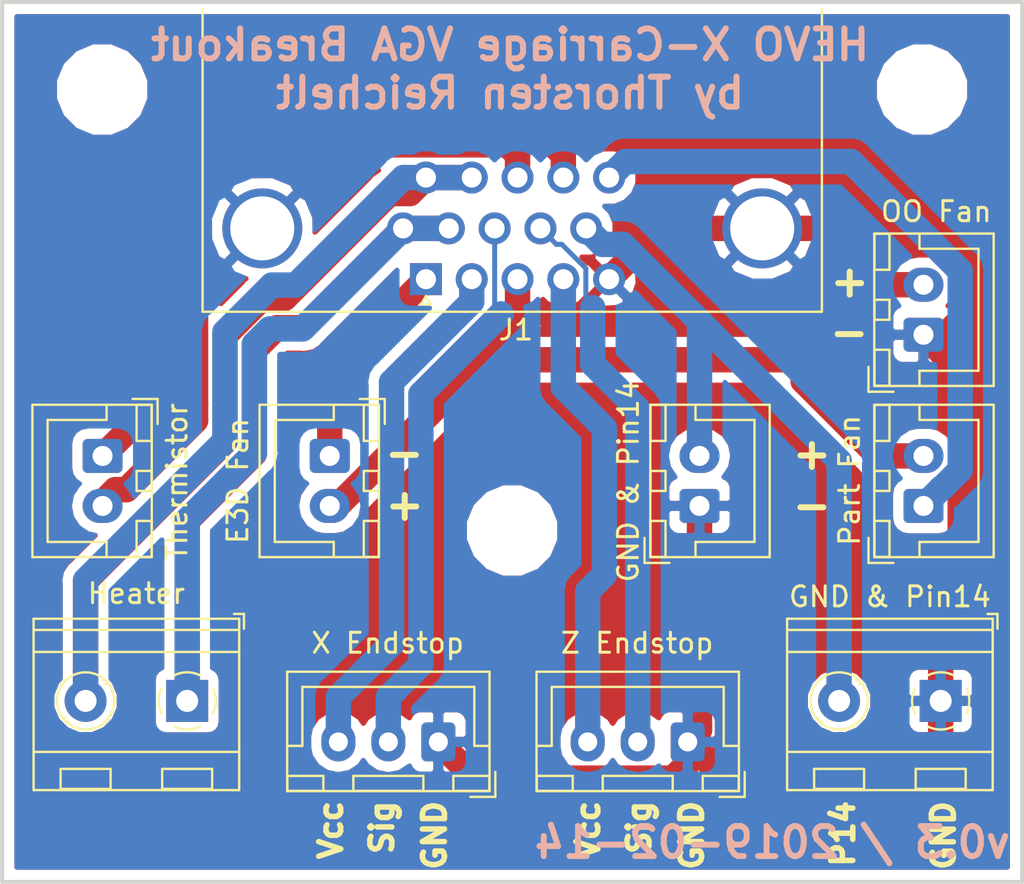
<source format=kicad_pcb>
(kicad_pcb (version 20171130) (host pcbnew "(5.0.2)-1")

  (general
    (thickness 1.6)
    (drawings 20)
    (tracks 124)
    (zones 0)
    (modules 13)
    (nets 14)
  )

  (page A4)
  (layers
    (0 F.Cu signal hide)
    (31 B.Cu signal hide)
    (32 B.Adhes user)
    (33 F.Adhes user)
    (34 B.Paste user)
    (35 F.Paste user)
    (36 B.SilkS user)
    (37 F.SilkS user)
    (38 B.Mask user)
    (39 F.Mask user)
    (40 Dwgs.User user)
    (41 Cmts.User user)
    (42 Eco1.User user)
    (43 Eco2.User user)
    (44 Edge.Cuts user)
    (45 Margin user)
    (46 B.CrtYd user)
    (47 F.CrtYd user)
    (48 B.Fab user)
    (49 F.Fab user)
  )

  (setup
    (last_trace_width 0.25)
    (user_trace_width 0.5)
    (user_trace_width 1.27)
    (user_trace_width 2.54)
    (trace_clearance 0.2)
    (zone_clearance 0.508)
    (zone_45_only no)
    (trace_min 0.2)
    (segment_width 0.2)
    (edge_width 0.05)
    (via_size 0.8)
    (via_drill 0.4)
    (via_min_size 0.4)
    (via_min_drill 0.3)
    (uvia_size 0.3)
    (uvia_drill 0.1)
    (uvias_allowed no)
    (uvia_min_size 0.2)
    (uvia_min_drill 0.1)
    (pcb_text_width 0.3)
    (pcb_text_size 1.5 1.5)
    (mod_edge_width 0.12)
    (mod_text_size 1 1)
    (mod_text_width 0.15)
    (pad_size 2.54 2.54)
    (pad_drill 1.3)
    (pad_to_mask_clearance 0.051)
    (solder_mask_min_width 0.25)
    (aux_axis_origin 0 0)
    (visible_elements 7FFFFFFF)
    (pcbplotparams
      (layerselection 0x010f0_ffffffff)
      (usegerberextensions false)
      (usegerberattributes true)
      (usegerberadvancedattributes false)
      (creategerberjobfile false)
      (excludeedgelayer true)
      (linewidth 0.150000)
      (plotframeref false)
      (viasonmask false)
      (mode 1)
      (useauxorigin false)
      (hpglpennumber 1)
      (hpglpenspeed 20)
      (hpglpendiameter 15.000000)
      (psnegative false)
      (psa4output false)
      (plotreference true)
      (plotvalue true)
      (plotinvisibletext false)
      (padsonsilk false)
      (subtractmaskfromsilk false)
      (outputformat 1)
      (mirror false)
      (drillshape 0)
      (scaleselection 1)
      (outputdirectory "Gerber/"))
  )

  (net 0 "")
  (net 1 X_Sig)
  (net 2 GND)
  (net 3 Vcc_Z)
  (net 4 Z_Sig)
  (net 5 THERM_B)
  (net 6 THERM_A)
  (net 7 HOT_B)
  (net 8 HOT_A)
  (net 9 E3D_N)
  (net 10 V_FAN)
  (net 11 Pin14)
  (net 12 Part_N)
  (net 13 Vcc_X)

  (net_class Default "Dies ist die voreingestellte Netzklasse."
    (clearance 0.2)
    (trace_width 0.25)
    (via_dia 0.8)
    (via_drill 0.4)
    (uvia_dia 0.3)
    (uvia_drill 0.1)
    (add_net E3D_N)
    (add_net GND)
    (add_net HOT_A)
    (add_net HOT_B)
    (add_net Part_N)
    (add_net Pin14)
    (add_net THERM_A)
    (add_net THERM_B)
    (add_net V_FAN)
    (add_net Vcc_X)
    (add_net Vcc_Z)
    (add_net X_Sig)
    (add_net Z_Sig)
  )

  (module TerminalBlock_RND:TerminalBlock_RND_205-00232_1x02_P5.08mm_Horizontal (layer F.Cu) (tedit 5C65AF19) (tstamp 5C7247C0)
    (at 134.93 96.95 180)
    (descr "terminal block RND 205-00232, 2 pins, pitch 5.08mm, size 10.2x8.45mm^2, drill diamater 1.1mm, pad diameter 2.1mm, see http://cdn-reichelt.de/documents/datenblatt/C151/RND_205-00232_DB_EN.pdf, script-generated using https://github.com/pointhi/kicad-footprint-generator/scripts/TerminalBlock_RND")
    (tags "THT terminal block RND 205-00232 pitch 5.08mm size 10.2x8.45mm^2 drill 1.1mm pad 2.1mm")
    (path /5C65B259)
    (fp_text reference J10 (at 2.47 1.79 180) (layer F.SilkS) hide
      (effects (font (size 1 1) (thickness 0.15)))
    )
    (fp_text value "GND & Pin14" (at 2.54 5.21 180) (layer F.SilkS)
      (effects (font (size 1 1) (thickness 0.15)))
    )
    (fp_arc (start 0 0) (end 0 1.43) (angle -26) (layer F.SilkS) (width 0.12))
    (fp_arc (start 0 0) (end 1.286 0.627) (angle -52) (layer F.SilkS) (width 0.12))
    (fp_arc (start 0 0) (end 0.627 -1.286) (angle -52) (layer F.SilkS) (width 0.12))
    (fp_arc (start 0 0) (end -1.286 -0.628) (angle -52) (layer F.SilkS) (width 0.12))
    (fp_arc (start 0 0) (end -0.628 1.286) (angle -27) (layer F.SilkS) (width 0.12))
    (fp_circle (center 0 0) (end 1.25 0) (layer F.Fab) (width 0.1))
    (fp_circle (center 5.08 0) (end 6.33 0) (layer F.Fab) (width 0.1))
    (fp_circle (center 5.08 0) (end 6.51 0) (layer F.SilkS) (width 0.12))
    (fp_line (start -2.54 -4.4) (end 7.62 -4.4) (layer F.Fab) (width 0.1))
    (fp_line (start 7.62 -4.4) (end 7.62 4.05) (layer F.Fab) (width 0.1))
    (fp_line (start 7.62 4.05) (end -2.04 4.05) (layer F.Fab) (width 0.1))
    (fp_line (start -2.04 4.05) (end -2.54 3.55) (layer F.Fab) (width 0.1))
    (fp_line (start -2.54 3.55) (end -2.54 -4.4) (layer F.Fab) (width 0.1))
    (fp_line (start -2.54 3.55) (end 7.62 3.55) (layer F.Fab) (width 0.1))
    (fp_line (start -2.6 3.55) (end 7.68 3.55) (layer F.SilkS) (width 0.12))
    (fp_line (start -2.54 2.45) (end 7.62 2.45) (layer F.Fab) (width 0.1))
    (fp_line (start -2.6 2.45) (end 7.68 2.45) (layer F.SilkS) (width 0.12))
    (fp_line (start -2.54 -2.55) (end 7.62 -2.55) (layer F.Fab) (width 0.1))
    (fp_line (start -2.6 -2.55) (end 7.68 -2.55) (layer F.SilkS) (width 0.12))
    (fp_line (start -2.6 -4.46) (end 7.68 -4.46) (layer F.SilkS) (width 0.12))
    (fp_line (start -2.6 4.11) (end 7.68 4.11) (layer F.SilkS) (width 0.12))
    (fp_line (start -2.6 -4.46) (end -2.6 4.11) (layer F.SilkS) (width 0.12))
    (fp_line (start 7.68 -4.46) (end 7.68 4.11) (layer F.SilkS) (width 0.12))
    (fp_line (start 0.949 -0.796) (end -0.796 0.948) (layer F.Fab) (width 0.1))
    (fp_line (start 0.796 -0.948) (end -0.949 0.796) (layer F.Fab) (width 0.1))
    (fp_line (start -1.25 -4.4) (end -1.25 -3.4) (layer F.Fab) (width 0.1))
    (fp_line (start -1.25 -3.4) (end 1.25 -3.4) (layer F.Fab) (width 0.1))
    (fp_line (start 1.25 -3.4) (end 1.25 -4.4) (layer F.Fab) (width 0.1))
    (fp_line (start 1.25 -4.4) (end -1.25 -4.4) (layer F.Fab) (width 0.1))
    (fp_line (start -1.25 -4.4) (end 1.25 -4.4) (layer F.SilkS) (width 0.12))
    (fp_line (start -1.25 -3.4) (end 1.25 -3.4) (layer F.SilkS) (width 0.12))
    (fp_line (start -1.25 -4.4) (end -1.25 -3.4) (layer F.SilkS) (width 0.12))
    (fp_line (start 1.25 -4.4) (end 1.25 -3.4) (layer F.SilkS) (width 0.12))
    (fp_line (start 6.029 -0.796) (end 4.285 0.948) (layer F.Fab) (width 0.1))
    (fp_line (start 5.876 -0.948) (end 4.132 0.796) (layer F.Fab) (width 0.1))
    (fp_line (start 6.165 -0.91) (end 6.105 -0.851) (layer F.SilkS) (width 0.12))
    (fp_line (start 4.21 1.045) (end 4.17 1.085) (layer F.SilkS) (width 0.12))
    (fp_line (start 5.991 -1.085) (end 5.951 -1.045) (layer F.SilkS) (width 0.12))
    (fp_line (start 4.056 0.85) (end 3.996 0.91) (layer F.SilkS) (width 0.12))
    (fp_line (start 3.83 -4.4) (end 3.83 -3.4) (layer F.Fab) (width 0.1))
    (fp_line (start 3.83 -3.4) (end 6.33 -3.4) (layer F.Fab) (width 0.1))
    (fp_line (start 6.33 -3.4) (end 6.33 -4.4) (layer F.Fab) (width 0.1))
    (fp_line (start 6.33 -4.4) (end 3.83 -4.4) (layer F.Fab) (width 0.1))
    (fp_line (start 3.83 -4.4) (end 6.33 -4.4) (layer F.SilkS) (width 0.12))
    (fp_line (start 3.83 -3.4) (end 6.33 -3.4) (layer F.SilkS) (width 0.12))
    (fp_line (start 3.83 -4.4) (end 3.83 -3.4) (layer F.SilkS) (width 0.12))
    (fp_line (start 6.33 -4.4) (end 6.33 -3.4) (layer F.SilkS) (width 0.12))
    (fp_line (start -2.84 3.61) (end -2.84 4.35) (layer F.SilkS) (width 0.12))
    (fp_line (start -2.84 4.35) (end -2.34 4.35) (layer F.SilkS) (width 0.12))
    (fp_line (start -3.04 -4.9) (end -3.04 4.55) (layer F.CrtYd) (width 0.05))
    (fp_line (start -3.04 4.55) (end 8.13 4.55) (layer F.CrtYd) (width 0.05))
    (fp_line (start 8.13 4.55) (end 8.13 -4.9) (layer F.CrtYd) (width 0.05))
    (fp_line (start 8.13 -4.9) (end -3.04 -4.9) (layer F.CrtYd) (width 0.05))
    (fp_text user %R (at 2.47 1.79 180) (layer F.Fab)
      (effects (font (size 1 1) (thickness 0.15)))
    )
    (pad 1 thru_hole rect (at 0 0 180) (size 2.1 2.1) (drill 1.1) (layers *.Cu *.Mask)
      (net 2 GND))
    (pad 2 thru_hole circle (at 5.08 0 180) (size 2.1 2.1) (drill 1.1) (layers *.Cu *.Mask)
      (net 11 Pin14))
    (model ${KISYS3DMOD}/TerminalBlock_RND.3dshapes/TerminalBlock_RND_205-00232_1x02_P5.08mm_Horizontal.wrl
      (at (xyz 0 0 0))
      (scale (xyz 1 1 1))
      (rotate (xyz 0 0 0))
    )
  )

  (module Connector_JST:JST_XH_B02B-XH-A_1x02_P2.50mm_Vertical (layer F.Cu) (tedit 5C65B624) (tstamp 5C717C74)
    (at 134.07 78.64 90)
    (descr "JST XH series connector, B02B-XH-A (http://www.jst-mfg.com/product/pdf/eng/eXH.pdf), generated with kicad-footprint-generator")
    (tags "connector JST XH side entry")
    (path /5C647AE8)
    (fp_text reference J9 (at 1.25 -3.55 90) (layer F.SilkS) hide
      (effects (font (size 1 1) (thickness 0.15)))
    )
    (fp_text value "OO Fan" (at 6.16 0.64 180) (layer F.SilkS)
      (effects (font (size 1 1) (thickness 0.15)))
    )
    (fp_text user %R (at -1.25 2.7 90) (layer F.Fab)
      (effects (font (size 1 1) (thickness 0.15)))
    )
    (fp_line (start -2.85 -2.75) (end -2.85 -1.5) (layer F.SilkS) (width 0.12))
    (fp_line (start -1.6 -2.75) (end -2.85 -2.75) (layer F.SilkS) (width 0.12))
    (fp_line (start 4.3 2.75) (end 1.25 2.75) (layer F.SilkS) (width 0.12))
    (fp_line (start 4.3 -0.2) (end 4.3 2.75) (layer F.SilkS) (width 0.12))
    (fp_line (start 5.05 -0.2) (end 4.3 -0.2) (layer F.SilkS) (width 0.12))
    (fp_line (start -1.8 2.75) (end 1.25 2.75) (layer F.SilkS) (width 0.12))
    (fp_line (start -1.8 -0.2) (end -1.8 2.75) (layer F.SilkS) (width 0.12))
    (fp_line (start -2.55 -0.2) (end -1.8 -0.2) (layer F.SilkS) (width 0.12))
    (fp_line (start 5.05 -2.45) (end 3.25 -2.45) (layer F.SilkS) (width 0.12))
    (fp_line (start 5.05 -1.7) (end 5.05 -2.45) (layer F.SilkS) (width 0.12))
    (fp_line (start 3.25 -1.7) (end 5.05 -1.7) (layer F.SilkS) (width 0.12))
    (fp_line (start 3.25 -2.45) (end 3.25 -1.7) (layer F.SilkS) (width 0.12))
    (fp_line (start -0.75 -2.45) (end -2.55 -2.45) (layer F.SilkS) (width 0.12))
    (fp_line (start -0.75 -1.7) (end -0.75 -2.45) (layer F.SilkS) (width 0.12))
    (fp_line (start -2.55 -1.7) (end -0.75 -1.7) (layer F.SilkS) (width 0.12))
    (fp_line (start -2.55 -2.45) (end -2.55 -1.7) (layer F.SilkS) (width 0.12))
    (fp_line (start 1.75 -2.45) (end 0.75 -2.45) (layer F.SilkS) (width 0.12))
    (fp_line (start 1.75 -1.7) (end 1.75 -2.45) (layer F.SilkS) (width 0.12))
    (fp_line (start 0.75 -1.7) (end 1.75 -1.7) (layer F.SilkS) (width 0.12))
    (fp_line (start 0.75 -2.45) (end 0.75 -1.7) (layer F.SilkS) (width 0.12))
    (fp_line (start 0 -1.35) (end 0.625 -2.35) (layer F.Fab) (width 0.1))
    (fp_line (start -0.625 -2.35) (end 0 -1.35) (layer F.Fab) (width 0.1))
    (fp_line (start 5.45 -2.85) (end -2.95 -2.85) (layer F.CrtYd) (width 0.05))
    (fp_line (start 5.45 3.9) (end 5.45 -2.85) (layer F.CrtYd) (width 0.05))
    (fp_line (start -2.95 3.9) (end 5.45 3.9) (layer F.CrtYd) (width 0.05))
    (fp_line (start -2.95 -2.85) (end -2.95 3.9) (layer F.CrtYd) (width 0.05))
    (fp_line (start 5.06 -2.46) (end -2.56 -2.46) (layer F.SilkS) (width 0.12))
    (fp_line (start 5.06 3.51) (end 5.06 -2.46) (layer F.SilkS) (width 0.12))
    (fp_line (start -2.56 3.51) (end 5.06 3.51) (layer F.SilkS) (width 0.12))
    (fp_line (start -2.56 -2.46) (end -2.56 3.51) (layer F.SilkS) (width 0.12))
    (fp_line (start 4.95 -2.35) (end -2.45 -2.35) (layer F.Fab) (width 0.1))
    (fp_line (start 4.95 3.4) (end 4.95 -2.35) (layer F.Fab) (width 0.1))
    (fp_line (start -2.45 3.4) (end 4.95 3.4) (layer F.Fab) (width 0.1))
    (fp_line (start -2.45 -2.35) (end -2.45 3.4) (layer F.Fab) (width 0.1))
    (pad 2 thru_hole oval (at 2.5 0 90) (size 1.7 2) (drill 1) (layers *.Cu *.Mask)
      (net 10 V_FAN))
    (pad 1 thru_hole roundrect (at 0 0 90) (size 1.7 2) (drill 1) (layers *.Cu *.Mask) (roundrect_rratio 0.147059)
      (net 2 GND))
    (model ${KISYS3DMOD}/Connector_JST.3dshapes/JST_XH_B02B-XH-A_1x02_P2.50mm_Vertical.wrl
      (at (xyz 0 0 0))
      (scale (xyz 1 1 1))
      (rotate (xyz 0 0 0))
    )
  )

  (module Connector_JST:JST_XH_B02B-XH-A_1x02_P2.50mm_Vertical (layer F.Cu) (tedit 5C646198) (tstamp 5C712F38)
    (at 134.07 87.2 90)
    (descr "JST XH series connector, B02B-XH-A (http://www.jst-mfg.com/product/pdf/eng/eXH.pdf), generated with kicad-footprint-generator")
    (tags "connector JST XH side entry")
    (path /5C647ABA)
    (fp_text reference J8 (at 1.25 -3.55 90) (layer F.SilkS) hide
      (effects (font (size 1 1) (thickness 0.15)))
    )
    (fp_text value "Part Fan" (at 1.28 -3.7 270) (layer F.SilkS)
      (effects (font (size 1 1) (thickness 0.15)))
    )
    (fp_line (start -2.45 -2.35) (end -2.45 3.4) (layer F.Fab) (width 0.1))
    (fp_line (start -2.45 3.4) (end 4.95 3.4) (layer F.Fab) (width 0.1))
    (fp_line (start 4.95 3.4) (end 4.95 -2.35) (layer F.Fab) (width 0.1))
    (fp_line (start 4.95 -2.35) (end -2.45 -2.35) (layer F.Fab) (width 0.1))
    (fp_line (start -2.56 -2.46) (end -2.56 3.51) (layer F.SilkS) (width 0.12))
    (fp_line (start -2.56 3.51) (end 5.06 3.51) (layer F.SilkS) (width 0.12))
    (fp_line (start 5.06 3.51) (end 5.06 -2.46) (layer F.SilkS) (width 0.12))
    (fp_line (start 5.06 -2.46) (end -2.56 -2.46) (layer F.SilkS) (width 0.12))
    (fp_line (start -2.95 -2.85) (end -2.95 3.9) (layer F.CrtYd) (width 0.05))
    (fp_line (start -2.95 3.9) (end 5.45 3.9) (layer F.CrtYd) (width 0.05))
    (fp_line (start 5.45 3.9) (end 5.45 -2.85) (layer F.CrtYd) (width 0.05))
    (fp_line (start 5.45 -2.85) (end -2.95 -2.85) (layer F.CrtYd) (width 0.05))
    (fp_line (start -0.625 -2.35) (end 0 -1.35) (layer F.Fab) (width 0.1))
    (fp_line (start 0 -1.35) (end 0.625 -2.35) (layer F.Fab) (width 0.1))
    (fp_line (start 0.75 -2.45) (end 0.75 -1.7) (layer F.SilkS) (width 0.12))
    (fp_line (start 0.75 -1.7) (end 1.75 -1.7) (layer F.SilkS) (width 0.12))
    (fp_line (start 1.75 -1.7) (end 1.75 -2.45) (layer F.SilkS) (width 0.12))
    (fp_line (start 1.75 -2.45) (end 0.75 -2.45) (layer F.SilkS) (width 0.12))
    (fp_line (start -2.55 -2.45) (end -2.55 -1.7) (layer F.SilkS) (width 0.12))
    (fp_line (start -2.55 -1.7) (end -0.75 -1.7) (layer F.SilkS) (width 0.12))
    (fp_line (start -0.75 -1.7) (end -0.75 -2.45) (layer F.SilkS) (width 0.12))
    (fp_line (start -0.75 -2.45) (end -2.55 -2.45) (layer F.SilkS) (width 0.12))
    (fp_line (start 3.25 -2.45) (end 3.25 -1.7) (layer F.SilkS) (width 0.12))
    (fp_line (start 3.25 -1.7) (end 5.05 -1.7) (layer F.SilkS) (width 0.12))
    (fp_line (start 5.05 -1.7) (end 5.05 -2.45) (layer F.SilkS) (width 0.12))
    (fp_line (start 5.05 -2.45) (end 3.25 -2.45) (layer F.SilkS) (width 0.12))
    (fp_line (start -2.55 -0.2) (end -1.8 -0.2) (layer F.SilkS) (width 0.12))
    (fp_line (start -1.8 -0.2) (end -1.8 2.75) (layer F.SilkS) (width 0.12))
    (fp_line (start -1.8 2.75) (end 1.25 2.75) (layer F.SilkS) (width 0.12))
    (fp_line (start 5.05 -0.2) (end 4.3 -0.2) (layer F.SilkS) (width 0.12))
    (fp_line (start 4.3 -0.2) (end 4.3 2.75) (layer F.SilkS) (width 0.12))
    (fp_line (start 4.3 2.75) (end 1.25 2.75) (layer F.SilkS) (width 0.12))
    (fp_line (start -1.6 -2.75) (end -2.85 -2.75) (layer F.SilkS) (width 0.12))
    (fp_line (start -2.85 -2.75) (end -2.85 -1.5) (layer F.SilkS) (width 0.12))
    (fp_text user %R (at 1.25 2.7 90) (layer F.Fab)
      (effects (font (size 1 1) (thickness 0.15)))
    )
    (pad 1 thru_hole roundrect (at 0 0 90) (size 1.7 2) (drill 1) (layers *.Cu *.Mask) (roundrect_rratio 0.147059)
      (net 12 Part_N))
    (pad 2 thru_hole oval (at 2.5 0 90) (size 1.7 2) (drill 1) (layers *.Cu *.Mask)
      (net 10 V_FAN))
    (model ${KISYS3DMOD}/Connector_JST.3dshapes/JST_XH_B02B-XH-A_1x02_P2.50mm_Vertical.wrl
      (at (xyz 0 0 0))
      (scale (xyz 1 1 1))
      (rotate (xyz 0 0 0))
    )
  )

  (module Connector_JST:JST_XH_B02B-XH-A_1x02_P2.50mm_Vertical (layer F.Cu) (tedit 5C65AAE8) (tstamp 5C712F10)
    (at 122.87 87.2 90)
    (descr "JST XH series connector, B02B-XH-A (http://www.jst-mfg.com/product/pdf/eng/eXH.pdf), generated with kicad-footprint-generator")
    (tags "connector JST XH side entry")
    (path /5C647A84)
    (fp_text reference J7 (at 1.25 -3.55 90) (layer F.SilkS) hide
      (effects (font (size 1 1) (thickness 0.15)))
    )
    (fp_text value "GND & Pin14" (at 1.23 -3.56 90) (layer F.SilkS)
      (effects (font (size 1 1) (thickness 0.15)))
    )
    (fp_text user %R (at 1.25 2.7 90) (layer F.Fab)
      (effects (font (size 1 1) (thickness 0.15)))
    )
    (fp_line (start -2.85 -2.75) (end -2.85 -1.5) (layer F.SilkS) (width 0.12))
    (fp_line (start -1.6 -2.75) (end -2.85 -2.75) (layer F.SilkS) (width 0.12))
    (fp_line (start 4.3 2.75) (end 1.25 2.75) (layer F.SilkS) (width 0.12))
    (fp_line (start 4.3 -0.2) (end 4.3 2.75) (layer F.SilkS) (width 0.12))
    (fp_line (start 5.05 -0.2) (end 4.3 -0.2) (layer F.SilkS) (width 0.12))
    (fp_line (start -1.8 2.75) (end 1.25 2.75) (layer F.SilkS) (width 0.12))
    (fp_line (start -1.8 -0.2) (end -1.8 2.75) (layer F.SilkS) (width 0.12))
    (fp_line (start -2.55 -0.2) (end -1.8 -0.2) (layer F.SilkS) (width 0.12))
    (fp_line (start 5.05 -2.45) (end 3.25 -2.45) (layer F.SilkS) (width 0.12))
    (fp_line (start 5.05 -1.7) (end 5.05 -2.45) (layer F.SilkS) (width 0.12))
    (fp_line (start 3.25 -1.7) (end 5.05 -1.7) (layer F.SilkS) (width 0.12))
    (fp_line (start 3.25 -2.45) (end 3.25 -1.7) (layer F.SilkS) (width 0.12))
    (fp_line (start -0.75 -2.45) (end -2.55 -2.45) (layer F.SilkS) (width 0.12))
    (fp_line (start -0.75 -1.7) (end -0.75 -2.45) (layer F.SilkS) (width 0.12))
    (fp_line (start -2.55 -1.7) (end -0.75 -1.7) (layer F.SilkS) (width 0.12))
    (fp_line (start -2.55 -2.45) (end -2.55 -1.7) (layer F.SilkS) (width 0.12))
    (fp_line (start 1.75 -2.45) (end 0.75 -2.45) (layer F.SilkS) (width 0.12))
    (fp_line (start 1.75 -1.7) (end 1.75 -2.45) (layer F.SilkS) (width 0.12))
    (fp_line (start 0.75 -1.7) (end 1.75 -1.7) (layer F.SilkS) (width 0.12))
    (fp_line (start 0.75 -2.45) (end 0.75 -1.7) (layer F.SilkS) (width 0.12))
    (fp_line (start 0 -1.35) (end 0.625 -2.35) (layer F.Fab) (width 0.1))
    (fp_line (start -0.625 -2.35) (end 0 -1.35) (layer F.Fab) (width 0.1))
    (fp_line (start 5.45 -2.85) (end -2.95 -2.85) (layer F.CrtYd) (width 0.05))
    (fp_line (start 5.45 3.9) (end 5.45 -2.85) (layer F.CrtYd) (width 0.05))
    (fp_line (start -2.95 3.9) (end 5.45 3.9) (layer F.CrtYd) (width 0.05))
    (fp_line (start -2.95 -2.85) (end -2.95 3.9) (layer F.CrtYd) (width 0.05))
    (fp_line (start 5.06 -2.46) (end -2.56 -2.46) (layer F.SilkS) (width 0.12))
    (fp_line (start 5.06 3.51) (end 5.06 -2.46) (layer F.SilkS) (width 0.12))
    (fp_line (start -2.56 3.51) (end 5.06 3.51) (layer F.SilkS) (width 0.12))
    (fp_line (start -2.56 -2.46) (end -2.56 3.51) (layer F.SilkS) (width 0.12))
    (fp_line (start 4.95 -2.35) (end -2.45 -2.35) (layer F.Fab) (width 0.1))
    (fp_line (start 4.95 3.4) (end 4.95 -2.35) (layer F.Fab) (width 0.1))
    (fp_line (start -2.45 3.4) (end 4.95 3.4) (layer F.Fab) (width 0.1))
    (fp_line (start -2.45 -2.35) (end -2.45 3.4) (layer F.Fab) (width 0.1))
    (pad 2 thru_hole oval (at 2.5 0 90) (size 1.7 2) (drill 1) (layers *.Cu *.Mask)
      (net 11 Pin14))
    (pad 1 thru_hole roundrect (at 0 0 90) (size 1.7 2) (drill 1) (layers *.Cu *.Mask) (roundrect_rratio 0.147059)
      (net 2 GND))
    (model ${KISYS3DMOD}/Connector_JST.3dshapes/JST_XH_B02B-XH-A_1x02_P2.50mm_Vertical.wrl
      (at (xyz 0 0 0))
      (scale (xyz 1 1 1))
      (rotate (xyz 0 0 0))
    )
  )

  (module Connector_JST:JST_XH_B02B-XH-A_1x02_P2.50mm_Vertical (layer F.Cu) (tedit 5C646174) (tstamp 5C712EE8)
    (at 104.38 84.7 270)
    (descr "JST XH series connector, B02B-XH-A (http://www.jst-mfg.com/product/pdf/eng/eXH.pdf), generated with kicad-footprint-generator")
    (tags "connector JST XH side entry")
    (path /5C6479A3)
    (fp_text reference J4 (at 1.25 -3.55 270) (layer F.SilkS) hide
      (effects (font (size 1 1) (thickness 0.15)))
    )
    (fp_text value "E3D Fan" (at 1.25 4.6 90) (layer F.SilkS)
      (effects (font (size 1 1) (thickness 0.15)))
    )
    (fp_line (start -2.45 -2.35) (end -2.45 3.4) (layer F.Fab) (width 0.1))
    (fp_line (start -2.45 3.4) (end 4.95 3.4) (layer F.Fab) (width 0.1))
    (fp_line (start 4.95 3.4) (end 4.95 -2.35) (layer F.Fab) (width 0.1))
    (fp_line (start 4.95 -2.35) (end -2.45 -2.35) (layer F.Fab) (width 0.1))
    (fp_line (start -2.56 -2.46) (end -2.56 3.51) (layer F.SilkS) (width 0.12))
    (fp_line (start -2.56 3.51) (end 5.06 3.51) (layer F.SilkS) (width 0.12))
    (fp_line (start 5.06 3.51) (end 5.06 -2.46) (layer F.SilkS) (width 0.12))
    (fp_line (start 5.06 -2.46) (end -2.56 -2.46) (layer F.SilkS) (width 0.12))
    (fp_line (start -2.95 -2.85) (end -2.95 3.9) (layer F.CrtYd) (width 0.05))
    (fp_line (start -2.95 3.9) (end 5.45 3.9) (layer F.CrtYd) (width 0.05))
    (fp_line (start 5.45 3.9) (end 5.45 -2.85) (layer F.CrtYd) (width 0.05))
    (fp_line (start 5.45 -2.85) (end -2.95 -2.85) (layer F.CrtYd) (width 0.05))
    (fp_line (start -0.625 -2.35) (end 0 -1.35) (layer F.Fab) (width 0.1))
    (fp_line (start 0 -1.35) (end 0.625 -2.35) (layer F.Fab) (width 0.1))
    (fp_line (start 0.75 -2.45) (end 0.75 -1.7) (layer F.SilkS) (width 0.12))
    (fp_line (start 0.75 -1.7) (end 1.75 -1.7) (layer F.SilkS) (width 0.12))
    (fp_line (start 1.75 -1.7) (end 1.75 -2.45) (layer F.SilkS) (width 0.12))
    (fp_line (start 1.75 -2.45) (end 0.75 -2.45) (layer F.SilkS) (width 0.12))
    (fp_line (start -2.55 -2.45) (end -2.55 -1.7) (layer F.SilkS) (width 0.12))
    (fp_line (start -2.55 -1.7) (end -0.75 -1.7) (layer F.SilkS) (width 0.12))
    (fp_line (start -0.75 -1.7) (end -0.75 -2.45) (layer F.SilkS) (width 0.12))
    (fp_line (start -0.75 -2.45) (end -2.55 -2.45) (layer F.SilkS) (width 0.12))
    (fp_line (start 3.25 -2.45) (end 3.25 -1.7) (layer F.SilkS) (width 0.12))
    (fp_line (start 3.25 -1.7) (end 5.05 -1.7) (layer F.SilkS) (width 0.12))
    (fp_line (start 5.05 -1.7) (end 5.05 -2.45) (layer F.SilkS) (width 0.12))
    (fp_line (start 5.05 -2.45) (end 3.25 -2.45) (layer F.SilkS) (width 0.12))
    (fp_line (start -2.55 -0.2) (end -1.8 -0.2) (layer F.SilkS) (width 0.12))
    (fp_line (start -1.8 -0.2) (end -1.8 2.75) (layer F.SilkS) (width 0.12))
    (fp_line (start -1.8 2.75) (end 1.25 2.75) (layer F.SilkS) (width 0.12))
    (fp_line (start 5.05 -0.2) (end 4.3 -0.2) (layer F.SilkS) (width 0.12))
    (fp_line (start 4.3 -0.2) (end 4.3 2.75) (layer F.SilkS) (width 0.12))
    (fp_line (start 4.3 2.75) (end 1.25 2.75) (layer F.SilkS) (width 0.12))
    (fp_line (start -1.6 -2.75) (end -2.85 -2.75) (layer F.SilkS) (width 0.12))
    (fp_line (start -2.85 -2.75) (end -2.85 -1.5) (layer F.SilkS) (width 0.12))
    (fp_text user %R (at 1.25 2.7 270) (layer F.Fab)
      (effects (font (size 1 1) (thickness 0.15)))
    )
    (pad 1 thru_hole roundrect (at 0 0 270) (size 1.7 2) (drill 1) (layers *.Cu *.Mask) (roundrect_rratio 0.147059)
      (net 9 E3D_N))
    (pad 2 thru_hole oval (at 2.5 0 270) (size 1.7 2) (drill 1) (layers *.Cu *.Mask)
      (net 10 V_FAN))
    (model ${KISYS3DMOD}/Connector_JST.3dshapes/JST_XH_B02B-XH-A_1x02_P2.50mm_Vertical.wrl
      (at (xyz 0 0 0))
      (scale (xyz 1 1 1))
      (rotate (xyz 0 0 0))
    )
  )

  (module Connector_JST:JST_XH_B03B-XH-A_1x03_P2.50mm_Vertical (layer F.Cu) (tedit 5C64617F) (tstamp 5C712E6F)
    (at 122.28 99 180)
    (descr "JST XH series connector, B03B-XH-A (http://www.jst-mfg.com/product/pdf/eng/eXH.pdf), generated with kicad-footprint-generator")
    (tags "connector JST XH side entry")
    (path /5C646754)
    (fp_text reference J6 (at 2.5 -3.55 180) (layer F.SilkS) hide
      (effects (font (size 1 1) (thickness 0.15)))
    )
    (fp_text value "Z Endstop" (at 2.53 4.94 180) (layer F.SilkS)
      (effects (font (size 1 1) (thickness 0.15)))
    )
    (fp_text user %R (at 2.5 2.7 180) (layer F.Fab)
      (effects (font (size 1 1) (thickness 0.15)))
    )
    (fp_line (start -2.85 -2.75) (end -2.85 -1.5) (layer F.SilkS) (width 0.12))
    (fp_line (start -1.6 -2.75) (end -2.85 -2.75) (layer F.SilkS) (width 0.12))
    (fp_line (start 6.8 2.75) (end 2.5 2.75) (layer F.SilkS) (width 0.12))
    (fp_line (start 6.8 -0.2) (end 6.8 2.75) (layer F.SilkS) (width 0.12))
    (fp_line (start 7.55 -0.2) (end 6.8 -0.2) (layer F.SilkS) (width 0.12))
    (fp_line (start -1.8 2.75) (end 2.5 2.75) (layer F.SilkS) (width 0.12))
    (fp_line (start -1.8 -0.2) (end -1.8 2.75) (layer F.SilkS) (width 0.12))
    (fp_line (start -2.55 -0.2) (end -1.8 -0.2) (layer F.SilkS) (width 0.12))
    (fp_line (start 7.55 -2.45) (end 5.75 -2.45) (layer F.SilkS) (width 0.12))
    (fp_line (start 7.55 -1.7) (end 7.55 -2.45) (layer F.SilkS) (width 0.12))
    (fp_line (start 5.75 -1.7) (end 7.55 -1.7) (layer F.SilkS) (width 0.12))
    (fp_line (start 5.75 -2.45) (end 5.75 -1.7) (layer F.SilkS) (width 0.12))
    (fp_line (start -0.75 -2.45) (end -2.55 -2.45) (layer F.SilkS) (width 0.12))
    (fp_line (start -0.75 -1.7) (end -0.75 -2.45) (layer F.SilkS) (width 0.12))
    (fp_line (start -2.55 -1.7) (end -0.75 -1.7) (layer F.SilkS) (width 0.12))
    (fp_line (start -2.55 -2.45) (end -2.55 -1.7) (layer F.SilkS) (width 0.12))
    (fp_line (start 4.25 -2.45) (end 0.75 -2.45) (layer F.SilkS) (width 0.12))
    (fp_line (start 4.25 -1.7) (end 4.25 -2.45) (layer F.SilkS) (width 0.12))
    (fp_line (start 0.75 -1.7) (end 4.25 -1.7) (layer F.SilkS) (width 0.12))
    (fp_line (start 0.75 -2.45) (end 0.75 -1.7) (layer F.SilkS) (width 0.12))
    (fp_line (start 0 -1.35) (end 0.625 -2.35) (layer F.Fab) (width 0.1))
    (fp_line (start -0.625 -2.35) (end 0 -1.35) (layer F.Fab) (width 0.1))
    (fp_line (start 7.95 -2.85) (end -2.95 -2.85) (layer F.CrtYd) (width 0.05))
    (fp_line (start 7.95 3.9) (end 7.95 -2.85) (layer F.CrtYd) (width 0.05))
    (fp_line (start -2.95 3.9) (end 7.95 3.9) (layer F.CrtYd) (width 0.05))
    (fp_line (start -2.95 -2.85) (end -2.95 3.9) (layer F.CrtYd) (width 0.05))
    (fp_line (start 7.56 -2.46) (end -2.56 -2.46) (layer F.SilkS) (width 0.12))
    (fp_line (start 7.56 3.51) (end 7.56 -2.46) (layer F.SilkS) (width 0.12))
    (fp_line (start -2.56 3.51) (end 7.56 3.51) (layer F.SilkS) (width 0.12))
    (fp_line (start -2.56 -2.46) (end -2.56 3.51) (layer F.SilkS) (width 0.12))
    (fp_line (start 7.45 -2.35) (end -2.45 -2.35) (layer F.Fab) (width 0.1))
    (fp_line (start 7.45 3.4) (end 7.45 -2.35) (layer F.Fab) (width 0.1))
    (fp_line (start -2.45 3.4) (end 7.45 3.4) (layer F.Fab) (width 0.1))
    (fp_line (start -2.45 -2.35) (end -2.45 3.4) (layer F.Fab) (width 0.1))
    (pad 3 thru_hole oval (at 5 0 180) (size 1.7 1.95) (drill 0.95) (layers *.Cu *.Mask)
      (net 3 Vcc_Z))
    (pad 2 thru_hole oval (at 2.5 0 180) (size 1.7 1.95) (drill 0.95) (layers *.Cu *.Mask)
      (net 4 Z_Sig))
    (pad 1 thru_hole roundrect (at 0 0 180) (size 1.7 1.95) (drill 0.95) (layers *.Cu *.Mask) (roundrect_rratio 0.147059)
      (net 2 GND))
    (model ${KISYS3DMOD}/Connector_JST.3dshapes/JST_XH_B03B-XH-A_1x03_P2.50mm_Vertical.wrl
      (at (xyz 0 0 0))
      (scale (xyz 1 1 1))
      (rotate (xyz 0 0 0))
    )
  )

  (module Connector_JST:JST_XH_B03B-XH-A_1x03_P2.50mm_Vertical (layer F.Cu) (tedit 5C646179) (tstamp 5C712E46)
    (at 109.81 99 180)
    (descr "JST XH series connector, B03B-XH-A (http://www.jst-mfg.com/product/pdf/eng/eXH.pdf), generated with kicad-footprint-generator")
    (tags "connector JST XH side entry")
    (path /5C6460A2)
    (fp_text reference J5 (at 2.5 -3.55 180) (layer F.SilkS) hide
      (effects (font (size 1 1) (thickness 0.15)))
    )
    (fp_text value "X Endstop" (at 2.53 4.94 180) (layer F.SilkS)
      (effects (font (size 1 1) (thickness 0.15)))
    )
    (fp_line (start -2.45 -2.35) (end -2.45 3.4) (layer F.Fab) (width 0.1))
    (fp_line (start -2.45 3.4) (end 7.45 3.4) (layer F.Fab) (width 0.1))
    (fp_line (start 7.45 3.4) (end 7.45 -2.35) (layer F.Fab) (width 0.1))
    (fp_line (start 7.45 -2.35) (end -2.45 -2.35) (layer F.Fab) (width 0.1))
    (fp_line (start -2.56 -2.46) (end -2.56 3.51) (layer F.SilkS) (width 0.12))
    (fp_line (start -2.56 3.51) (end 7.56 3.51) (layer F.SilkS) (width 0.12))
    (fp_line (start 7.56 3.51) (end 7.56 -2.46) (layer F.SilkS) (width 0.12))
    (fp_line (start 7.56 -2.46) (end -2.56 -2.46) (layer F.SilkS) (width 0.12))
    (fp_line (start -2.95 -2.85) (end -2.95 3.9) (layer F.CrtYd) (width 0.05))
    (fp_line (start -2.95 3.9) (end 7.95 3.9) (layer F.CrtYd) (width 0.05))
    (fp_line (start 7.95 3.9) (end 7.95 -2.85) (layer F.CrtYd) (width 0.05))
    (fp_line (start 7.95 -2.85) (end -2.95 -2.85) (layer F.CrtYd) (width 0.05))
    (fp_line (start -0.625 -2.35) (end 0 -1.35) (layer F.Fab) (width 0.1))
    (fp_line (start 0 -1.35) (end 0.625 -2.35) (layer F.Fab) (width 0.1))
    (fp_line (start 0.75 -2.45) (end 0.75 -1.7) (layer F.SilkS) (width 0.12))
    (fp_line (start 0.75 -1.7) (end 4.25 -1.7) (layer F.SilkS) (width 0.12))
    (fp_line (start 4.25 -1.7) (end 4.25 -2.45) (layer F.SilkS) (width 0.12))
    (fp_line (start 4.25 -2.45) (end 0.75 -2.45) (layer F.SilkS) (width 0.12))
    (fp_line (start -2.55 -2.45) (end -2.55 -1.7) (layer F.SilkS) (width 0.12))
    (fp_line (start -2.55 -1.7) (end -0.75 -1.7) (layer F.SilkS) (width 0.12))
    (fp_line (start -0.75 -1.7) (end -0.75 -2.45) (layer F.SilkS) (width 0.12))
    (fp_line (start -0.75 -2.45) (end -2.55 -2.45) (layer F.SilkS) (width 0.12))
    (fp_line (start 5.75 -2.45) (end 5.75 -1.7) (layer F.SilkS) (width 0.12))
    (fp_line (start 5.75 -1.7) (end 7.55 -1.7) (layer F.SilkS) (width 0.12))
    (fp_line (start 7.55 -1.7) (end 7.55 -2.45) (layer F.SilkS) (width 0.12))
    (fp_line (start 7.55 -2.45) (end 5.75 -2.45) (layer F.SilkS) (width 0.12))
    (fp_line (start -2.55 -0.2) (end -1.8 -0.2) (layer F.SilkS) (width 0.12))
    (fp_line (start -1.8 -0.2) (end -1.8 2.75) (layer F.SilkS) (width 0.12))
    (fp_line (start -1.8 2.75) (end 2.5 2.75) (layer F.SilkS) (width 0.12))
    (fp_line (start 7.55 -0.2) (end 6.8 -0.2) (layer F.SilkS) (width 0.12))
    (fp_line (start 6.8 -0.2) (end 6.8 2.75) (layer F.SilkS) (width 0.12))
    (fp_line (start 6.8 2.75) (end 2.5 2.75) (layer F.SilkS) (width 0.12))
    (fp_line (start -1.6 -2.75) (end -2.85 -2.75) (layer F.SilkS) (width 0.12))
    (fp_line (start -2.85 -2.75) (end -2.85 -1.5) (layer F.SilkS) (width 0.12))
    (fp_text user %R (at 2.5 2.7 180) (layer F.Fab)
      (effects (font (size 1 1) (thickness 0.15)))
    )
    (pad 1 thru_hole roundrect (at 0 0 180) (size 1.7 1.95) (drill 0.95) (layers *.Cu *.Mask) (roundrect_rratio 0.147059)
      (net 2 GND))
    (pad 2 thru_hole oval (at 2.5 0 180) (size 1.7 1.95) (drill 0.95) (layers *.Cu *.Mask)
      (net 1 X_Sig))
    (pad 3 thru_hole oval (at 5 0 180) (size 1.7 1.95) (drill 0.95) (layers *.Cu *.Mask)
      (net 13 Vcc_X))
    (model ${KISYS3DMOD}/Connector_JST.3dshapes/JST_XH_B03B-XH-A_1x03_P2.50mm_Vertical.wrl
      (at (xyz 0 0 0))
      (scale (xyz 1 1 1))
      (rotate (xyz 0 0 0))
    )
  )

  (module Connector_JST:JST_XH_B02B-XH-A_1x02_P2.50mm_Vertical (layer F.Cu) (tedit 5C6461C1) (tstamp 5C7103A3)
    (at 93.02 84.7 270)
    (descr "JST XH series connector, B02B-XH-A (http://www.jst-mfg.com/product/pdf/eng/eXH.pdf), generated with kicad-footprint-generator")
    (tags "connector JST XH side entry")
    (path /5C64791F)
    (fp_text reference J2 (at 1.25 -3.55 270) (layer F.SilkS) hide
      (effects (font (size 1 1) (thickness 0.15)))
    )
    (fp_text value Thermistor (at 1.29 -3.72 90) (layer F.SilkS)
      (effects (font (size 1 1) (thickness 0.15)))
    )
    (fp_line (start -2.45 -2.35) (end -2.45 3.4) (layer F.Fab) (width 0.1))
    (fp_line (start -2.45 3.4) (end 4.95 3.4) (layer F.Fab) (width 0.1))
    (fp_line (start 4.95 3.4) (end 4.95 -2.35) (layer F.Fab) (width 0.1))
    (fp_line (start 4.95 -2.35) (end -2.45 -2.35) (layer F.Fab) (width 0.1))
    (fp_line (start -2.56 -2.46) (end -2.56 3.51) (layer F.SilkS) (width 0.12))
    (fp_line (start -2.56 3.51) (end 5.06 3.51) (layer F.SilkS) (width 0.12))
    (fp_line (start 5.06 3.51) (end 5.06 -2.46) (layer F.SilkS) (width 0.12))
    (fp_line (start 5.06 -2.46) (end -2.56 -2.46) (layer F.SilkS) (width 0.12))
    (fp_line (start -2.95 -2.85) (end -2.95 3.9) (layer F.CrtYd) (width 0.05))
    (fp_line (start -2.95 3.9) (end 5.45 3.9) (layer F.CrtYd) (width 0.05))
    (fp_line (start 5.45 3.9) (end 5.45 -2.85) (layer F.CrtYd) (width 0.05))
    (fp_line (start 5.45 -2.85) (end -2.95 -2.85) (layer F.CrtYd) (width 0.05))
    (fp_line (start -0.625 -2.35) (end 0 -1.35) (layer F.Fab) (width 0.1))
    (fp_line (start 0 -1.35) (end 0.625 -2.35) (layer F.Fab) (width 0.1))
    (fp_line (start 0.75 -2.45) (end 0.75 -1.7) (layer F.SilkS) (width 0.12))
    (fp_line (start 0.75 -1.7) (end 1.75 -1.7) (layer F.SilkS) (width 0.12))
    (fp_line (start 1.75 -1.7) (end 1.75 -2.45) (layer F.SilkS) (width 0.12))
    (fp_line (start 1.75 -2.45) (end 0.75 -2.45) (layer F.SilkS) (width 0.12))
    (fp_line (start -2.55 -2.45) (end -2.55 -1.7) (layer F.SilkS) (width 0.12))
    (fp_line (start -2.55 -1.7) (end -0.75 -1.7) (layer F.SilkS) (width 0.12))
    (fp_line (start -0.75 -1.7) (end -0.75 -2.45) (layer F.SilkS) (width 0.12))
    (fp_line (start -0.75 -2.45) (end -2.55 -2.45) (layer F.SilkS) (width 0.12))
    (fp_line (start 3.25 -2.45) (end 3.25 -1.7) (layer F.SilkS) (width 0.12))
    (fp_line (start 3.25 -1.7) (end 5.05 -1.7) (layer F.SilkS) (width 0.12))
    (fp_line (start 5.05 -1.7) (end 5.05 -2.45) (layer F.SilkS) (width 0.12))
    (fp_line (start 5.05 -2.45) (end 3.25 -2.45) (layer F.SilkS) (width 0.12))
    (fp_line (start -2.55 -0.2) (end -1.8 -0.2) (layer F.SilkS) (width 0.12))
    (fp_line (start -1.8 -0.2) (end -1.8 2.75) (layer F.SilkS) (width 0.12))
    (fp_line (start -1.8 2.75) (end 1.25 2.75) (layer F.SilkS) (width 0.12))
    (fp_line (start 5.05 -0.2) (end 4.3 -0.2) (layer F.SilkS) (width 0.12))
    (fp_line (start 4.3 -0.2) (end 4.3 2.75) (layer F.SilkS) (width 0.12))
    (fp_line (start 4.3 2.75) (end 1.25 2.75) (layer F.SilkS) (width 0.12))
    (fp_line (start -1.6 -2.75) (end -2.85 -2.75) (layer F.SilkS) (width 0.12))
    (fp_line (start -2.85 -2.75) (end -2.85 -1.5) (layer F.SilkS) (width 0.12))
    (fp_text user %R (at 1.25 2.7 270) (layer F.Fab)
      (effects (font (size 1 1) (thickness 0.15)))
    )
    (pad 1 thru_hole roundrect (at 0 0 270) (size 1.7 2) (drill 1) (layers *.Cu *.Mask) (roundrect_rratio 0.147059)
      (net 6 THERM_A))
    (pad 2 thru_hole oval (at 2.5 0 270) (size 1.7 2) (drill 1) (layers *.Cu *.Mask)
      (net 5 THERM_B))
    (model ${KISYS3DMOD}/Connector_JST.3dshapes/JST_XH_B02B-XH-A_1x02_P2.50mm_Vertical.wrl
      (at (xyz 0 0 0))
      (scale (xyz 1 1 1))
      (rotate (xyz 0 0 0))
    )
  )

  (module TerminalBlock_RND:TerminalBlock_RND_205-00232_1x02_P5.08mm_Horizontal (layer F.Cu) (tedit 5C6461BB) (tstamp 5C710276)
    (at 97.25 96.95 180)
    (descr "terminal block RND 205-00232, 2 pins, pitch 5.08mm, size 10.2x8.45mm^2, drill diamater 1.1mm, pad diameter 2.1mm, see http://cdn-reichelt.de/documents/datenblatt/C151/RND_205-00232_DB_EN.pdf, script-generated using https://github.com/pointhi/kicad-footprint-generator/scripts/TerminalBlock_RND")
    (tags "THT terminal block RND 205-00232 pitch 5.08mm size 10.2x8.45mm^2 drill 1.1mm pad 2.1mm")
    (path /5C647757)
    (fp_text reference J3 (at 2.54 -5.46 180) (layer F.SilkS) hide
      (effects (font (size 1 1) (thickness 0.15)))
    )
    (fp_text value Heater (at 2.54 5.37 180) (layer F.SilkS)
      (effects (font (size 1 1) (thickness 0.15)))
    )
    (fp_arc (start 0 0) (end 0 1.43) (angle -26) (layer F.SilkS) (width 0.12))
    (fp_arc (start 0 0) (end 1.286 0.627) (angle -52) (layer F.SilkS) (width 0.12))
    (fp_arc (start 0 0) (end 0.627 -1.286) (angle -52) (layer F.SilkS) (width 0.12))
    (fp_arc (start 0 0) (end -1.286 -0.628) (angle -52) (layer F.SilkS) (width 0.12))
    (fp_arc (start 0 0) (end -0.628 1.286) (angle -27) (layer F.SilkS) (width 0.12))
    (fp_circle (center 0 0) (end 1.25 0) (layer F.Fab) (width 0.1))
    (fp_circle (center 5.08 0) (end 6.33 0) (layer F.Fab) (width 0.1))
    (fp_circle (center 5.08 0) (end 6.51 0) (layer F.SilkS) (width 0.12))
    (fp_line (start -2.54 -4.4) (end 7.62 -4.4) (layer F.Fab) (width 0.1))
    (fp_line (start 7.62 -4.4) (end 7.62 4.05) (layer F.Fab) (width 0.1))
    (fp_line (start 7.62 4.05) (end -2.04 4.05) (layer F.Fab) (width 0.1))
    (fp_line (start -2.04 4.05) (end -2.54 3.55) (layer F.Fab) (width 0.1))
    (fp_line (start -2.54 3.55) (end -2.54 -4.4) (layer F.Fab) (width 0.1))
    (fp_line (start -2.54 3.55) (end 7.62 3.55) (layer F.Fab) (width 0.1))
    (fp_line (start -2.6 3.55) (end 7.68 3.55) (layer F.SilkS) (width 0.12))
    (fp_line (start -2.54 2.45) (end 7.62 2.45) (layer F.Fab) (width 0.1))
    (fp_line (start -2.6 2.45) (end 7.68 2.45) (layer F.SilkS) (width 0.12))
    (fp_line (start -2.54 -2.55) (end 7.62 -2.55) (layer F.Fab) (width 0.1))
    (fp_line (start -2.6 -2.55) (end 7.68 -2.55) (layer F.SilkS) (width 0.12))
    (fp_line (start -2.6 -4.46) (end 7.68 -4.46) (layer F.SilkS) (width 0.12))
    (fp_line (start -2.6 4.11) (end 7.68 4.11) (layer F.SilkS) (width 0.12))
    (fp_line (start -2.6 -4.46) (end -2.6 4.11) (layer F.SilkS) (width 0.12))
    (fp_line (start 7.68 -4.46) (end 7.68 4.11) (layer F.SilkS) (width 0.12))
    (fp_line (start 0.949 -0.796) (end -0.796 0.948) (layer F.Fab) (width 0.1))
    (fp_line (start 0.796 -0.948) (end -0.949 0.796) (layer F.Fab) (width 0.1))
    (fp_line (start -1.25 -4.4) (end -1.25 -3.4) (layer F.Fab) (width 0.1))
    (fp_line (start -1.25 -3.4) (end 1.25 -3.4) (layer F.Fab) (width 0.1))
    (fp_line (start 1.25 -3.4) (end 1.25 -4.4) (layer F.Fab) (width 0.1))
    (fp_line (start 1.25 -4.4) (end -1.25 -4.4) (layer F.Fab) (width 0.1))
    (fp_line (start -1.25 -4.4) (end 1.25 -4.4) (layer F.SilkS) (width 0.12))
    (fp_line (start -1.25 -3.4) (end 1.25 -3.4) (layer F.SilkS) (width 0.12))
    (fp_line (start -1.25 -4.4) (end -1.25 -3.4) (layer F.SilkS) (width 0.12))
    (fp_line (start 1.25 -4.4) (end 1.25 -3.4) (layer F.SilkS) (width 0.12))
    (fp_line (start 6.029 -0.796) (end 4.285 0.948) (layer F.Fab) (width 0.1))
    (fp_line (start 5.876 -0.948) (end 4.132 0.796) (layer F.Fab) (width 0.1))
    (fp_line (start 6.165 -0.91) (end 6.105 -0.851) (layer F.SilkS) (width 0.12))
    (fp_line (start 4.21 1.045) (end 4.17 1.085) (layer F.SilkS) (width 0.12))
    (fp_line (start 5.991 -1.085) (end 5.951 -1.045) (layer F.SilkS) (width 0.12))
    (fp_line (start 4.056 0.85) (end 3.996 0.91) (layer F.SilkS) (width 0.12))
    (fp_line (start 3.83 -4.4) (end 3.83 -3.4) (layer F.Fab) (width 0.1))
    (fp_line (start 3.83 -3.4) (end 6.33 -3.4) (layer F.Fab) (width 0.1))
    (fp_line (start 6.33 -3.4) (end 6.33 -4.4) (layer F.Fab) (width 0.1))
    (fp_line (start 6.33 -4.4) (end 3.83 -4.4) (layer F.Fab) (width 0.1))
    (fp_line (start 3.83 -4.4) (end 6.33 -4.4) (layer F.SilkS) (width 0.12))
    (fp_line (start 3.83 -3.4) (end 6.33 -3.4) (layer F.SilkS) (width 0.12))
    (fp_line (start 3.83 -4.4) (end 3.83 -3.4) (layer F.SilkS) (width 0.12))
    (fp_line (start 6.33 -4.4) (end 6.33 -3.4) (layer F.SilkS) (width 0.12))
    (fp_line (start -2.84 3.61) (end -2.84 4.35) (layer F.SilkS) (width 0.12))
    (fp_line (start -2.84 4.35) (end -2.34 4.35) (layer F.SilkS) (width 0.12))
    (fp_line (start -3.04 -4.9) (end -3.04 4.55) (layer F.CrtYd) (width 0.05))
    (fp_line (start -3.04 4.55) (end 8.13 4.55) (layer F.CrtYd) (width 0.05))
    (fp_line (start 8.13 4.55) (end 8.13 -4.9) (layer F.CrtYd) (width 0.05))
    (fp_line (start 8.13 -4.9) (end -3.04 -4.9) (layer F.CrtYd) (width 0.05))
    (fp_text user %R (at 2.54 -5.46 180) (layer F.Fab)
      (effects (font (size 1 1) (thickness 0.15)))
    )
    (pad 1 thru_hole rect (at 0 0 180) (size 2.1 2.1) (drill 1.1) (layers *.Cu *.Mask)
      (net 7 HOT_B))
    (pad 2 thru_hole circle (at 5.08 0 180) (size 2.1 2.1) (drill 1.1) (layers *.Cu *.Mask)
      (net 8 HOT_A))
    (model ${KISYS3DMOD}/TerminalBlock_RND.3dshapes/TerminalBlock_RND_205-00232_1x02_P5.08mm_Horizontal.wrl
      (at (xyz 0 0 0))
      (scale (xyz 1 1 1))
      (rotate (xyz 0 0 0))
    )
  )

  (module Connectors_OWN:DSUB-15-HD_Assmann locked (layer F.Cu) (tedit 5C61A8C7) (tstamp 5C61B70E)
    (at 128.93 61.89 180)
    (descr "15-pin D-Sub connector, horizontal/angled (90 deg), THT-mount, female, pitch 2.29x1.98mm, pin-PCB-offset 8.35mm, distance of mounting holes 25mm, distance of mounting holes to PCB edge 10.889999999999999mm, see https://disti-assets.s3.amazonaws.com/tonar/files/datasheets/16730.pdf")
    (tags "15-pin D-Sub connector horizontal angled 90deg THT female pitch 2.29x1.98mm pin-PCB-offset 8.35mm mounting-holes-distance 25mm mounting-hole-offset 25mm")
    (path /5C32128C)
    (fp_text reference J1 (at 15.24 -16.51 180) (layer F.SilkS)
      (effects (font (size 1 1) (thickness 0.15)))
    )
    (fp_text value DB15_Female_HighDensity_MountingHoles (at 15.425 7.5 180) (layer F.Fab)
      (effects (font (size 1 1) (thickness 0.15)))
    )
    (fp_text user %R (at 15.425 3 180) (layer F.Fab)
      (effects (font (size 1 1) (thickness 0.15)))
    )
    (fp_line (start 31.39 -16.7) (end -0.51 -16.7) (layer F.CrtYd) (width 0.05))
    (fp_line (start 31.39 6.54) (end 31.39 -16.7) (layer F.CrtYd) (width 0.05))
    (fp_line (start -0.51 6.54) (end 31.39 6.54) (layer F.CrtYd) (width 0.05))
    (fp_line (start -0.51 -16.7) (end -0.51 6.54) (layer F.CrtYd) (width 0.05))
    (fp_line (start 19.74 -14.811325) (end 19.49 -15.244338) (layer F.SilkS) (width 0.12))
    (fp_line (start 19.99 -15.244338) (end 19.74 -14.811325) (layer F.SilkS) (width 0.12))
    (fp_line (start 19.49 -15.244338) (end 19.99 -15.244338) (layer F.SilkS) (width 0.12))
    (fp_line (start 30.91 -15.6) (end 30.91 -0.46) (layer F.SilkS) (width 0.12))
    (fp_line (start -0.06 -15.6) (end 30.91 -15.6) (layer F.SilkS) (width 0.12))
    (fp_line (start -0.06 -0.46) (end -0.06 -15.6) (layer F.SilkS) (width 0.12))
    (fp_line (start 29.525 -0.4) (end 29.525 -11.29) (layer F.Fab) (width 0.1))
    (fp_line (start 26.325 -0.4) (end 26.325 -11.29) (layer F.Fab) (width 0.1))
    (fp_line (start 4.525 -0.4) (end 4.525 -11.29) (layer F.Fab) (width 0.1))
    (fp_line (start 1.325 -0.4) (end 1.325 -11.29) (layer F.Fab) (width 0.1))
    (fp_line (start 30.425 0) (end 25.425 0) (layer F.Fab) (width 0.1))
    (fp_line (start 30.425 5) (end 30.425 0) (layer F.Fab) (width 0.1))
    (fp_line (start 25.425 5) (end 30.425 5) (layer F.Fab) (width 0.1))
    (fp_line (start 25.425 0) (end 25.425 5) (layer F.Fab) (width 0.1))
    (fp_line (start 5.425 0) (end 0.425 0) (layer F.Fab) (width 0.1))
    (fp_line (start 5.425 5) (end 5.425 0) (layer F.Fab) (width 0.1))
    (fp_line (start 0.425 5) (end 5.425 5) (layer F.Fab) (width 0.1))
    (fp_line (start 0.425 0) (end 0.425 5) (layer F.Fab) (width 0.1))
    (fp_line (start 23.575 0) (end 7.275 0) (layer F.Fab) (width 0.1))
    (fp_line (start 23.575 6.1) (end 23.575 0) (layer F.Fab) (width 0.1))
    (fp_line (start 7.275 6.1) (end 23.575 6.1) (layer F.Fab) (width 0.1))
    (fp_line (start 7.275 0) (end 7.275 6.1) (layer F.Fab) (width 0.1))
    (fp_line (start 30.85 -0.4) (end 0 -0.4) (layer F.Fab) (width 0.1))
    (fp_line (start 30.85 0) (end 30.85 -0.4) (layer F.Fab) (width 0.1))
    (fp_line (start 0 0) (end 30.85 0) (layer F.Fab) (width 0.1))
    (fp_line (start 0 -0.4) (end 0 0) (layer F.Fab) (width 0.1))
    (fp_line (start 30.85 -15.7) (end 0 -15.7) (layer F.Fab) (width 0.1))
    (fp_line (start 30.85 -0.4) (end 30.85 -15.7) (layer F.Fab) (width 0.1))
    (fp_line (start 0 -0.4) (end 30.85 -0.4) (layer F.Fab) (width 0.1))
    (fp_line (start 0 -15.7) (end 0 -0.4) (layer F.Fab) (width 0.1))
    (fp_arc (start 27.868 -10.805) (end 26.268 -10.805) (angle 180) (layer F.Fab) (width 0.1))
    (fp_arc (start 2.976 -10.805) (end 1.376 -10.805) (angle 180) (layer F.Fab) (width 0.1))
    (pad 0 thru_hole circle (at 27.925 -11.43 180) (size 4 4) (drill 3.2) (layers *.Cu *.Mask)
      (net 2 GND))
    (pad 0 thru_hole circle (at 2.925 -11.43 180) (size 4 4) (drill 3.2) (layers *.Cu *.Mask)
      (net 2 GND))
    (pad 15 thru_hole circle (at 10.58 -8.89 180) (size 1.6 1.6) (drill 1) (layers *.Cu *.Mask)
      (net 12 Part_N))
    (pad 14 thru_hole circle (at 12.87 -8.89 180) (size 1.6 1.6) (drill 1) (layers *.Cu *.Mask)
      (net 6 THERM_A))
    (pad 13 thru_hole circle (at 15.16 -8.89 180) (size 1.6 1.6) (drill 1) (layers *.Cu *.Mask)
      (net 5 THERM_B))
    (pad 12 thru_hole circle (at 17.45 -8.89 180) (size 1.6 1.6) (drill 1) (layers *.Cu *.Mask)
      (net 8 HOT_A))
    (pad 11 thru_hole circle (at 19.74 -8.89 180) (size 1.6 1.6) (drill 1) (layers *.Cu *.Mask)
      (net 8 HOT_A))
    (pad 10 thru_hole circle (at 11.725 -11.43 180) (size 1.6 1.6) (drill 1) (layers *.Cu *.Mask)
      (net 11 Pin14))
    (pad 9 thru_hole circle (at 14.015 -11.43 180) (size 1.6 1.6) (drill 1) (layers *.Cu *.Mask)
      (net 4 Z_Sig))
    (pad 8 thru_hole circle (at 16.305 -11.43 180) (size 1.6 1.6) (drill 1) (layers *.Cu *.Mask)
      (net 1 X_Sig))
    (pad 7 thru_hole circle (at 18.595 -11.43 180) (size 1.6 1.6) (drill 1) (layers *.Cu *.Mask)
      (net 7 HOT_B))
    (pad 6 thru_hole circle (at 20.885 -11.43 180) (size 1.6 1.6) (drill 1) (layers *.Cu *.Mask)
      (net 7 HOT_B))
    (pad 5 thru_hole circle (at 10.58 -13.97 180) (size 1.6 1.6) (drill 1) (layers *.Cu *.Mask)
      (net 2 GND))
    (pad 4 thru_hole circle (at 12.87 -13.97 180) (size 1.6 1.6) (drill 1) (layers *.Cu *.Mask)
      (net 3 Vcc_Z))
    (pad 3 thru_hole circle (at 15.16 -13.97 180) (size 1.6 1.6) (drill 1) (layers *.Cu *.Mask)
      (net 10 V_FAN))
    (pad 2 thru_hole circle (at 17.45 -13.97 180) (size 1.6 1.6) (drill 1) (layers *.Cu *.Mask)
      (net 13 Vcc_X))
    (pad 1 thru_hole rect (at 19.74 -13.97 180) (size 1.6 1.6) (drill 1) (layers *.Cu *.Mask)
      (net 9 E3D_N))
    (model ${KISYS3DMOD}/Connector_Dsub.3dshapes/DSUB-15-HD_Female_Horizontal_P2.29x1.98mm_EdgePinOffset8.35mm_Housed_MountingHolesOffset10.89mm.wrl
      (at (xyz 0 0 0))
      (scale (xyz 1 1 1))
      (rotate (xyz 0 0 0))
    )
  )

  (module MountingHole:MountingHole_3.5mm (layer F.Cu) (tedit 56D1B4CB) (tstamp 5C5B4B3A)
    (at 113.5 88.43)
    (descr "Mounting Hole 3.5mm, no annular")
    (tags "mounting hole 3.5mm no annular")
    (path /5C428234)
    (attr virtual)
    (fp_text reference H3 (at 0 -4.5) (layer F.SilkS) hide
      (effects (font (size 1 1) (thickness 0.15)))
    )
    (fp_text value MountingHole (at 0 4.5) (layer F.Fab)
      (effects (font (size 1 1) (thickness 0.15)))
    )
    (fp_circle (center 0 0) (end 3.75 0) (layer F.CrtYd) (width 0.05))
    (fp_circle (center 0 0) (end 3.5 0) (layer Cmts.User) (width 0.15))
    (fp_text user %R (at 0.3 0) (layer F.Fab)
      (effects (font (size 1 1) (thickness 0.15)))
    )
    (pad 1 np_thru_hole circle (at 0 0) (size 3.5 3.5) (drill 3.5) (layers *.Cu *.Mask))
  )

  (module MountingHole:MountingHole_3.5mm (layer F.Cu) (tedit 56D1B4CB) (tstamp 5C5B4B32)
    (at 134 66.38)
    (descr "Mounting Hole 3.5mm, no annular")
    (tags "mounting hole 3.5mm no annular")
    (path /5C4280FE)
    (attr virtual)
    (fp_text reference H2 (at 0 -4.5) (layer F.SilkS) hide
      (effects (font (size 1 1) (thickness 0.15)))
    )
    (fp_text value MountingHole (at 0 4.5) (layer F.Fab)
      (effects (font (size 1 1) (thickness 0.15)))
    )
    (fp_circle (center 0 0) (end 3.75 0) (layer F.CrtYd) (width 0.05))
    (fp_circle (center 0 0) (end 3.5 0) (layer Cmts.User) (width 0.15))
    (fp_text user %R (at 0.3 0) (layer F.Fab)
      (effects (font (size 1 1) (thickness 0.15)))
    )
    (pad 1 np_thru_hole circle (at 0 0) (size 3.5 3.5) (drill 3.5) (layers *.Cu *.Mask))
  )

  (module MountingHole:MountingHole_3.5mm (layer F.Cu) (tedit 56D1B4CB) (tstamp 5C55979A)
    (at 93 66.38)
    (descr "Mounting Hole 3.5mm, no annular")
    (tags "mounting hole 3.5mm no annular")
    (path /5C428034)
    (attr virtual)
    (fp_text reference H1 (at 0 -4.5) (layer F.SilkS) hide
      (effects (font (size 1 1) (thickness 0.15)))
    )
    (fp_text value MountingHole (at -0.02 4.48) (layer F.Fab)
      (effects (font (size 1 1) (thickness 0.15)))
    )
    (fp_circle (center 0 0) (end 3.75 0) (layer F.CrtYd) (width 0.05))
    (fp_circle (center 0 0) (end 3.5 0) (layer Cmts.User) (width 0.15))
    (fp_text user %R (at 0.3 0) (layer F.Fab)
      (effects (font (size 1 1) (thickness 0.15)))
    )
    (pad 1 np_thru_hole circle (at 0 0) (size 3.5 3.5) (drill 3.5) (layers *.Cu *.Mask))
  )

  (gr_text - (at 130.35 78.5) (layer F.SilkS) (tstamp 5C7288F1)
    (effects (font (size 1.5 1.5) (thickness 0.3)) (justify mirror))
  )
  (gr_text + (at 130.38 75.95) (layer F.SilkS) (tstamp 5C7288EE)
    (effects (font (size 1.5 1.5) (thickness 0.3)) (justify mirror))
  )
  (gr_text + (at 108.13 87.12) (layer F.SilkS) (tstamp 5C7286A3)
    (effects (font (size 1.5 1.5) (thickness 0.3)) (justify mirror))
  )
  (gr_text - (at 108.11 84.54) (layer F.SilkS)
    (effects (font (size 1.5 1.5) (thickness 0.3)) (justify mirror))
  )
  (gr_text - (at 128.49 87.16) (layer F.SilkS)
    (effects (font (size 1.5 1.5) (thickness 0.3)) (justify mirror))
  )
  (gr_text + (at 128.49 84.57) (layer F.SilkS)
    (effects (font (size 1.5 1.5) (thickness 0.3)) (justify mirror))
  )
  (gr_text P14 (at 130.04 103.591428 90) (layer F.SilkS) (tstamp 5C71A369)
    (effects (font (size 1.1 1.1) (thickness 0.275)))
  )
  (gr_text GND (at 135.07 103.68 90) (layer F.SilkS) (tstamp 5C71A369)
    (effects (font (size 1.1 1.1) (thickness 0.275)))
  )
  (gr_text GND (at 122.48 103.67 90) (layer F.SilkS) (tstamp 5C71A353)
    (effects (font (size 1.1 1.1) (thickness 0.275)))
  )
  (gr_text Sig (at 119.85 103.277143 90) (layer F.SilkS) (tstamp 5C71A352)
    (effects (font (size 1.1 1.1) (thickness 0.275)))
  )
  (gr_text Vcc (at 117.29 103.408095 90) (layer F.SilkS) (tstamp 5C71A351)
    (effects (font (size 1.1 1.1) (thickness 0.275)))
  )
  (gr_text GND (at 109.62 103.67 90) (layer F.SilkS) (tstamp 5C71A337)
    (effects (font (size 1.1 1.1) (thickness 0.275)))
  )
  (gr_text Sig (at 106.99 103.277143 90) (layer F.SilkS) (tstamp 5C71A333)
    (effects (font (size 1.1 1.1) (thickness 0.275)))
  )
  (gr_text Vcc (at 104.43 103.408095 90) (layer F.SilkS)
    (effects (font (size 1.1 1.1) (thickness 0.275)))
  )
  (gr_text "v0.3 / 2019-02-14" (at 126.51 104.03) (layer B.SilkS)
    (effects (font (size 1.5 1.5) (thickness 0.3)) (justify mirror))
  )
  (gr_text "HEVO X-Carriage VGA Breakout\nby Thorsten Reichelt" (at 113.4 65.35) (layer B.SilkS)
    (effects (font (size 1.5 1.5) (thickness 0.3)) (justify mirror))
  )
  (gr_line (start 87.99 62) (end 138.99 62) (layer Edge.Cuts) (width 0.2) (tstamp 5C61B6D3))
  (gr_line (start 139 62) (end 139 106) (layer Edge.Cuts) (width 0.2) (tstamp 5C4B0AC3))
  (gr_line (start 88 106) (end 139 106) (layer Edge.Cuts) (width 0.2) (tstamp 5C4B0AB6))
  (gr_line (start 88 62) (end 88 106) (layer Edge.Cuts) (width 0.2))

  (segment (start 107.31 96.755) (end 108.94 95.125) (width 1.27) (layer B.Cu) (net 1))
  (segment (start 107.31 99) (end 107.31 96.755) (width 1.27) (layer B.Cu) (net 1))
  (segment (start 108.94 95.125) (end 108.94 86.93) (width 1.27) (layer B.Cu) (net 1))
  (segment (start 108.94 81.610278) (end 112.950009 77.600269) (width 1.27) (layer B.Cu) (net 1))
  (segment (start 108.94 86.93) (end 108.94 81.610278) (width 1.27) (layer B.Cu) (net 1))
  (segment (start 112.950009 77.600269) (end 112.95001 77.600268) (width 1.27) (layer B.Cu) (net 1))
  (segment (start 112.625 77.275258) (end 112.625 73.32) (width 0.25) (layer B.Cu) (net 1))
  (segment (start 112.769742 77.42) (end 112.625 77.275258) (width 0.25) (layer B.Cu) (net 1))
  (segment (start 112.95001 77.600268) (end 112.769742 77.42) (width 0.25) (layer B.Cu) (net 1))
  (segment (start 122.28 100.075) (end 122.28 99) (width 1.27) (layer F.Cu) (net 2))
  (segment (start 121.54499 100.81001) (end 122.28 100.075) (width 1.27) (layer F.Cu) (net 2))
  (segment (start 109.81 99) (end 111.62001 100.81001) (width 1.27) (layer F.Cu) (net 2))
  (segment (start 111.62001 100.81001) (end 121.54499 100.81001) (width 1.27) (layer F.Cu) (net 2))
  (segment (start 134.93 99.27) (end 134.93 96.95) (width 1.27) (layer F.Cu) (net 2))
  (segment (start 134.301628 99.898372) (end 134.93 99.27) (width 1.27) (layer F.Cu) (net 2))
  (segment (start 123.178372 99.898372) (end 134.301628 99.898372) (width 1.27) (layer F.Cu) (net 2))
  (segment (start 122.28 99) (end 123.178372 99.898372) (width 1.27) (layer F.Cu) (net 2))
  (segment (start 134.975553 79.545553) (end 134.07 78.64) (width 1.27) (layer F.Cu) (net 2))
  (segment (start 135.90501 80.47501) (end 134.975553 79.545553) (width 1.27) (layer F.Cu) (net 2))
  (segment (start 135.90501 93.65499) (end 135.90501 80.47501) (width 1.27) (layer F.Cu) (net 2))
  (segment (start 134.93 96.95) (end 134.93 94.63) (width 1.27) (layer F.Cu) (net 2))
  (segment (start 134.93 94.63) (end 135.90501 93.65499) (width 1.27) (layer F.Cu) (net 2))
  (segment (start 128.833427 73.32) (end 126.005 73.32) (width 1.27) (layer F.Cu) (net 2))
  (segment (start 133.782963 73.32) (end 128.833427 73.32) (width 1.27) (layer F.Cu) (net 2))
  (segment (start 135.90501 75.442047) (end 133.782963 73.32) (width 1.27) (layer F.Cu) (net 2))
  (segment (start 135.90501 77.90499) (end 135.90501 75.442047) (width 1.27) (layer F.Cu) (net 2))
  (segment (start 134.07 78.64) (end 135.17 78.64) (width 1.27) (layer F.Cu) (net 2))
  (segment (start 135.17 78.64) (end 135.90501 77.90499) (width 1.27) (layer F.Cu) (net 2))
  (segment (start 120.89 73.32) (end 118.35 75.86) (width 1.27) (layer F.Cu) (net 2))
  (segment (start 126.005 73.32) (end 120.89 73.32) (width 1.27) (layer F.Cu) (net 2))
  (segment (start 122.87 98.41) (end 122.28 99) (width 1.27) (layer F.Cu) (net 2))
  (segment (start 122.87 87.2) (end 122.87 98.41) (width 1.27) (layer F.Cu) (net 2))
  (segment (start 117.28 99) (end 117.28 91.47) (width 1.27) (layer B.Cu) (net 3))
  (segment (start 117.28 91.47) (end 118.11 90.64) (width 1.27) (layer B.Cu) (net 3))
  (segment (start 118.11 90.64) (end 118.11 83.31) (width 1.27) (layer B.Cu) (net 3))
  (segment (start 116.06 81.26) (end 116.06 75.86) (width 1.27) (layer B.Cu) (net 3))
  (segment (start 118.11 83.31) (end 116.06 81.26) (width 1.27) (layer B.Cu) (net 3))
  (segment (start 117.53001 80.10001) (end 117.53001 77.28) (width 1.27) (layer B.Cu) (net 4))
  (segment (start 119.78 99) (end 119.78 82.35) (width 1.27) (layer B.Cu) (net 4))
  (segment (start 119.78 82.35) (end 117.53001 80.10001) (width 1.27) (layer B.Cu) (net 4))
  (segment (start 115.714999 74.119999) (end 114.915 73.32) (width 0.25) (layer B.Cu) (net 4))
  (segment (start 115.985001 74.119999) (end 115.714999 74.119999) (width 0.25) (layer B.Cu) (net 4))
  (segment (start 117.185001 75.319999) (end 115.985001 74.119999) (width 0.25) (layer B.Cu) (net 4))
  (segment (start 117.53001 77.28) (end 117.185001 76.934991) (width 0.25) (layer B.Cu) (net 4))
  (segment (start 117.185001 76.934991) (end 117.185001 75.319999) (width 0.25) (layer B.Cu) (net 4))
  (segment (start 94.219428 86.38501) (end 97.669999 82.934439) (width 1.27) (layer F.Cu) (net 5))
  (segment (start 93.65499 86.38501) (end 94.219428 86.38501) (width 1.27) (layer F.Cu) (net 5))
  (segment (start 93.02 87.2) (end 93.02 87.02) (width 1.27) (layer F.Cu) (net 5))
  (segment (start 93.02 87.02) (end 93.65499 86.38501) (width 1.27) (layer F.Cu) (net 5))
  (segment (start 97.669999 82.934439) (end 97.67 82.128908) (width 1.27) (layer F.Cu) (net 5))
  (segment (start 113.77 69.64863) (end 113.77 70.78) (width 1.27) (layer F.Cu) (net 5))
  (segment (start 113.266369 69.144999) (end 113.77 69.64863) (width 1.27) (layer F.Cu) (net 5))
  (segment (start 99.905001 69.144999) (end 113.266369 69.144999) (width 1.27) (layer F.Cu) (net 5))
  (segment (start 97.67 82.128908) (end 97.67 71.38) (width 1.27) (layer F.Cu) (net 5))
  (segment (start 97.67 71.38) (end 99.905001 69.144999) (width 1.27) (layer F.Cu) (net 5))
  (segment (start 93.02 84.7) (end 96.19999 81.52001) (width 1.27) (layer F.Cu) (net 6))
  (segment (start 96.19999 81.52001) (end 96.19999 70.20001) (width 1.27) (layer F.Cu) (net 6))
  (segment (start 116.06 69.64863) (end 116.06 70.78) (width 1.27) (layer F.Cu) (net 6))
  (segment (start 113.651361 67.239991) (end 116.06 69.64863) (width 1.27) (layer F.Cu) (net 6))
  (segment (start 96.19999 70.20001) (end 99.160009 67.239991) (width 1.27) (layer F.Cu) (net 6))
  (segment (start 99.160009 67.239991) (end 113.651361 67.239991) (width 1.27) (layer F.Cu) (net 6))
  (segment (start 97.25 96.95) (end 97.25 87.948908) (width 1.27) (layer F.Cu) (net 7))
  (segment (start 97.25 87.948908) (end 100.61002 84.588888) (width 1.27) (layer F.Cu) (net 7))
  (segment (start 100.61002 84.588888) (end 100.61002 79.408888) (width 1.27) (layer F.Cu) (net 7))
  (segment (start 110.335 73.32) (end 108.045 73.32) (width 1.27) (layer F.Cu) (net 7))
  (segment (start 103.075 78.29) (end 101.728908 78.29) (width 1.27) (layer F.Cu) (net 7))
  (segment (start 108.045 73.32) (end 103.075 78.29) (width 1.27) (layer F.Cu) (net 7))
  (segment (start 101.728908 78.29) (end 100.61002 79.408888) (width 1.27) (layer F.Cu) (net 7))
  (segment (start 110.335 73.32) (end 108.045 73.32) (width 1.27) (layer B.Cu) (net 7))
  (segment (start 103.015 78.35) (end 101.368908 78.35) (width 1.27) (layer B.Cu) (net 7))
  (segment (start 108.045 73.32) (end 103.015 78.35) (width 1.27) (layer B.Cu) (net 7))
  (segment (start 100.61001 79.108898) (end 100.610009 84.548899) (width 1.27) (layer B.Cu) (net 7))
  (segment (start 101.368908 78.35) (end 100.61001 79.108898) (width 1.27) (layer B.Cu) (net 7))
  (segment (start 97.25 87.908908) (end 97.25 96.95) (width 1.27) (layer B.Cu) (net 7))
  (segment (start 100.610009 84.548899) (end 97.25 87.908908) (width 1.27) (layer B.Cu) (net 7))
  (segment (start 109.19 70.78) (end 111.48 70.78) (width 1.27) (layer F.Cu) (net 8))
  (segment (start 111.48 70.78) (end 109.19 70.78) (width 1.27) (layer B.Cu) (net 8))
  (segment (start 108.390001 71.579999) (end 107.365199 71.579999) (width 1.27) (layer F.Cu) (net 8))
  (segment (start 92.17 90.95) (end 92.17 95.465076) (width 1.27) (layer F.Cu) (net 8))
  (segment (start 99.140009 83.979991) (end 92.17 90.95) (width 1.27) (layer F.Cu) (net 8))
  (segment (start 99.140009 78.679991) (end 99.140009 83.979991) (width 1.27) (layer F.Cu) (net 8))
  (segment (start 102.125208 76.81999) (end 101.00001 76.81999) (width 1.27) (layer F.Cu) (net 8))
  (segment (start 92.17 95.465076) (end 92.17 96.95) (width 1.27) (layer F.Cu) (net 8))
  (segment (start 109.19 70.78) (end 108.390001 71.579999) (width 1.27) (layer F.Cu) (net 8))
  (segment (start 101.00001 76.81999) (end 99.140009 78.679991) (width 1.27) (layer F.Cu) (net 8))
  (segment (start 107.365199 71.579999) (end 102.125208 76.81999) (width 1.27) (layer F.Cu) (net 8))
  (segment (start 108.05863 70.78) (end 109.19 70.78) (width 1.27) (layer B.Cu) (net 8))
  (segment (start 92.17 96.95) (end 92.17 90.91) (width 1.27) (layer B.Cu) (net 8))
  (segment (start 99.14 83.94) (end 99.14 78.5) (width 1.27) (layer B.Cu) (net 8))
  (segment (start 92.17 90.91) (end 99.14 83.94) (width 1.27) (layer B.Cu) (net 8))
  (segment (start 99.14 78.5) (end 101.484999 76.155001) (width 1.27) (layer B.Cu) (net 8))
  (segment (start 101.484999 76.155001) (end 102.683629 76.155001) (width 1.27) (layer B.Cu) (net 8))
  (segment (start 102.683629 76.155001) (end 108.05863 70.78) (width 1.27) (layer B.Cu) (net 8))
  (segment (start 104.38 80.67) (end 109.19 75.86) (width 1.27) (layer F.Cu) (net 9))
  (segment (start 104.38 84.7) (end 104.38 80.67) (width 1.27) (layer F.Cu) (net 9))
  (segment (start 113.77 76.99137) (end 113.77 75.86) (width 1.27) (layer F.Cu) (net 10))
  (segment (start 113.77 78.194438) (end 113.77 76.99137) (width 1.27) (layer F.Cu) (net 10))
  (segment (start 104.38 87.2) (end 104.764438 87.2) (width 1.27) (layer F.Cu) (net 10))
  (segment (start 128.05 79.89) (end 112.074438 79.89) (width 1.27) (layer F.Cu) (net 10))
  (segment (start 131.8 76.14) (end 128.05 79.89) (width 1.27) (layer F.Cu) (net 10))
  (segment (start 134.07 76.14) (end 131.8 76.14) (width 1.27) (layer F.Cu) (net 10))
  (segment (start 104.764438 87.2) (end 112.074438 79.89) (width 1.27) (layer F.Cu) (net 10))
  (segment (start 112.074438 79.89) (end 113.77 78.194438) (width 1.27) (layer F.Cu) (net 10))
  (segment (start 128.05 80.95) (end 128.05 79.89) (width 1.27) (layer F.Cu) (net 10))
  (segment (start 134.07 84.7) (end 131.8 84.7) (width 1.27) (layer F.Cu) (net 10))
  (segment (start 131.8 84.7) (end 128.05 80.95) (width 1.27) (layer F.Cu) (net 10))
  (segment (start 118.004999 74.119999) (end 117.205 73.32) (width 1.27) (layer B.Cu) (net 11))
  (segment (start 119.029801 74.119999) (end 118.004999 74.119999) (width 1.27) (layer B.Cu) (net 11))
  (segment (start 129.85 96.95) (end 129.85 84.940198) (width 1.27) (layer B.Cu) (net 11))
  (segment (start 129.85 84.940198) (end 119.029801 74.119999) (width 1.27) (layer B.Cu) (net 11))
  (segment (start 122.87 77.960198) (end 119.029801 74.119999) (width 1.27) (layer B.Cu) (net 11))
  (segment (start 122.87 84.7) (end 122.87 77.960198) (width 1.27) (layer B.Cu) (net 11))
  (segment (start 134.975553 86.294447) (end 134.07 87.2) (width 1.27) (layer B.Cu) (net 12))
  (segment (start 119.149999 69.980001) (end 130.442964 69.980001) (width 1.27) (layer B.Cu) (net 12))
  (segment (start 118.35 70.78) (end 119.149999 69.980001) (width 1.27) (layer B.Cu) (net 12))
  (segment (start 130.442964 69.980001) (end 135.90501 75.442047) (width 1.27) (layer B.Cu) (net 12))
  (segment (start 135.90501 75.442047) (end 135.90501 85.397953) (width 1.27) (layer B.Cu) (net 12))
  (segment (start 135.90501 85.397953) (end 135.008516 86.294447) (width 1.27) (layer B.Cu) (net 12))
  (segment (start 135.008516 86.294447) (end 134.975553 86.294447) (width 1.27) (layer B.Cu) (net 12))
  (segment (start 104.81 96.755) (end 104.81 99) (width 1.27) (layer B.Cu) (net 13))
  (segment (start 107.46999 94.09501) (end 104.81 96.755) (width 1.27) (layer B.Cu) (net 13))
  (segment (start 107.46999 81.00138) (end 107.46999 94.09501) (width 1.27) (layer B.Cu) (net 13))
  (segment (start 111.48 75.86) (end 111.48 76.99137) (width 1.27) (layer B.Cu) (net 13))
  (segment (start 111.48 76.99137) (end 107.46999 81.00138) (width 1.27) (layer B.Cu) (net 13))

  (zone (net 2) (net_name GND) (layer F.Cu) (tstamp 0) (hatch edge 0.508)
    (connect_pads (clearance 0.508))
    (min_thickness 0.254)
    (fill yes (arc_segments 16) (thermal_gap 0.508) (thermal_bridge_width 0.508))
    (polygon
      (pts
        (xy 87.54 61.52) (xy 139.51 61.38) (xy 139.58 107.03) (xy 87.32 107.03)
      )
    )
    (filled_polygon
      (pts
        (xy 138.265001 105.265) (xy 88.735 105.265) (xy 88.735 98.728744) (xy 103.325 98.728744) (xy 103.325 99.271255)
        (xy 103.411161 99.704417) (xy 103.739375 100.195625) (xy 104.230582 100.523839) (xy 104.81 100.639092) (xy 105.389417 100.523839)
        (xy 105.880625 100.195625) (xy 106.06 99.927171) (xy 106.239375 100.195625) (xy 106.730582 100.523839) (xy 107.31 100.639092)
        (xy 107.889417 100.523839) (xy 108.367656 100.204291) (xy 108.421673 100.334699) (xy 108.600302 100.513327) (xy 108.833691 100.61)
        (xy 109.52425 100.61) (xy 109.683 100.45125) (xy 109.683 99.127) (xy 109.937 99.127) (xy 109.937 100.45125)
        (xy 110.09575 100.61) (xy 110.786309 100.61) (xy 111.019698 100.513327) (xy 111.198327 100.334699) (xy 111.295 100.10131)
        (xy 111.295 99.28575) (xy 111.13625 99.127) (xy 109.937 99.127) (xy 109.683 99.127) (xy 109.663 99.127)
        (xy 109.663 98.873) (xy 109.683 98.873) (xy 109.683 97.54875) (xy 109.937 97.54875) (xy 109.937 98.873)
        (xy 111.13625 98.873) (xy 111.280506 98.728744) (xy 115.795 98.728744) (xy 115.795 99.271255) (xy 115.881161 99.704417)
        (xy 116.209375 100.195625) (xy 116.700582 100.523839) (xy 117.28 100.639092) (xy 117.859417 100.523839) (xy 118.350625 100.195625)
        (xy 118.53 99.927171) (xy 118.709375 100.195625) (xy 119.200582 100.523839) (xy 119.78 100.639092) (xy 120.359417 100.523839)
        (xy 120.837656 100.204291) (xy 120.891673 100.334699) (xy 121.070302 100.513327) (xy 121.303691 100.61) (xy 121.99425 100.61)
        (xy 122.153 100.45125) (xy 122.153 99.127) (xy 122.407 99.127) (xy 122.407 100.45125) (xy 122.56575 100.61)
        (xy 123.256309 100.61) (xy 123.489698 100.513327) (xy 123.668327 100.334699) (xy 123.765 100.10131) (xy 123.765 99.28575)
        (xy 123.60625 99.127) (xy 122.407 99.127) (xy 122.153 99.127) (xy 122.133 99.127) (xy 122.133 98.873)
        (xy 122.153 98.873) (xy 122.153 97.54875) (xy 122.407 97.54875) (xy 122.407 98.873) (xy 123.60625 98.873)
        (xy 123.765 98.71425) (xy 123.765 97.89869) (xy 123.668327 97.665301) (xy 123.489698 97.486673) (xy 123.256309 97.39)
        (xy 122.56575 97.39) (xy 122.407 97.54875) (xy 122.153 97.54875) (xy 121.99425 97.39) (xy 121.303691 97.39)
        (xy 121.070302 97.486673) (xy 120.891673 97.665301) (xy 120.837656 97.795709) (xy 120.359418 97.476161) (xy 119.78 97.360908)
        (xy 119.200583 97.476161) (xy 118.709375 97.804375) (xy 118.53 98.072829) (xy 118.350625 97.804375) (xy 117.859418 97.476161)
        (xy 117.28 97.360908) (xy 116.700583 97.476161) (xy 116.209375 97.804375) (xy 115.881161 98.295582) (xy 115.795 98.728744)
        (xy 111.280506 98.728744) (xy 111.295 98.71425) (xy 111.295 97.89869) (xy 111.198327 97.665301) (xy 111.019698 97.486673)
        (xy 110.786309 97.39) (xy 110.09575 97.39) (xy 109.937 97.54875) (xy 109.683 97.54875) (xy 109.52425 97.39)
        (xy 108.833691 97.39) (xy 108.600302 97.486673) (xy 108.421673 97.665301) (xy 108.367656 97.795709) (xy 107.889418 97.476161)
        (xy 107.31 97.360908) (xy 106.730583 97.476161) (xy 106.239375 97.804375) (xy 106.06 98.072829) (xy 105.880625 97.804375)
        (xy 105.389418 97.476161) (xy 104.81 97.360908) (xy 104.230583 97.476161) (xy 103.739375 97.804375) (xy 103.411161 98.295582)
        (xy 103.325 98.728744) (xy 88.735 98.728744) (xy 88.735 96.614833) (xy 90.485 96.614833) (xy 90.485 97.285167)
        (xy 90.741526 97.904476) (xy 91.215524 98.378474) (xy 91.834833 98.635) (xy 92.505167 98.635) (xy 93.124476 98.378474)
        (xy 93.598474 97.904476) (xy 93.855 97.285167) (xy 93.855 96.614833) (xy 93.598474 95.995524) (xy 93.44 95.83705)
        (xy 93.44 91.47605) (xy 95.980001 88.93605) (xy 95.98 95.29632) (xy 95.952235 95.301843) (xy 95.742191 95.442191)
        (xy 95.601843 95.652235) (xy 95.55256 95.9) (xy 95.55256 98) (xy 95.601843 98.247765) (xy 95.742191 98.457809)
        (xy 95.952235 98.598157) (xy 96.2 98.64744) (xy 98.3 98.64744) (xy 98.547765 98.598157) (xy 98.757809 98.457809)
        (xy 98.898157 98.247765) (xy 98.94744 98) (xy 98.94744 96.614833) (xy 128.165 96.614833) (xy 128.165 97.285167)
        (xy 128.421526 97.904476) (xy 128.895524 98.378474) (xy 129.514833 98.635) (xy 130.185167 98.635) (xy 130.804476 98.378474)
        (xy 131.278474 97.904476) (xy 131.535 97.285167) (xy 131.535 97.23575) (xy 133.245 97.23575) (xy 133.245 98.12631)
        (xy 133.341673 98.359699) (xy 133.520302 98.538327) (xy 133.753691 98.635) (xy 134.64425 98.635) (xy 134.803 98.47625)
        (xy 134.803 97.077) (xy 135.057 97.077) (xy 135.057 98.47625) (xy 135.21575 98.635) (xy 136.106309 98.635)
        (xy 136.339698 98.538327) (xy 136.518327 98.359699) (xy 136.615 98.12631) (xy 136.615 97.23575) (xy 136.45625 97.077)
        (xy 135.057 97.077) (xy 134.803 97.077) (xy 133.40375 97.077) (xy 133.245 97.23575) (xy 131.535 97.23575)
        (xy 131.535 96.614833) (xy 131.278474 95.995524) (xy 131.05664 95.77369) (xy 133.245 95.77369) (xy 133.245 96.66425)
        (xy 133.40375 96.823) (xy 134.803 96.823) (xy 134.803 95.42375) (xy 135.057 95.42375) (xy 135.057 96.823)
        (xy 136.45625 96.823) (xy 136.615 96.66425) (xy 136.615 95.77369) (xy 136.518327 95.540301) (xy 136.339698 95.361673)
        (xy 136.106309 95.265) (xy 135.21575 95.265) (xy 135.057 95.42375) (xy 134.803 95.42375) (xy 134.64425 95.265)
        (xy 133.753691 95.265) (xy 133.520302 95.361673) (xy 133.341673 95.540301) (xy 133.245 95.77369) (xy 131.05664 95.77369)
        (xy 130.804476 95.521526) (xy 130.185167 95.265) (xy 129.514833 95.265) (xy 128.895524 95.521526) (xy 128.421526 95.995524)
        (xy 128.165 96.614833) (xy 98.94744 96.614833) (xy 98.94744 95.9) (xy 98.898157 95.652235) (xy 98.757809 95.442191)
        (xy 98.547765 95.301843) (xy 98.52 95.29632) (xy 98.52 88.474958) (xy 101.419602 85.575357) (xy 101.525638 85.504506)
        (xy 101.662285 85.3) (xy 101.806333 85.084418) (xy 101.857918 84.82508) (xy 101.88002 84.713968) (xy 101.88002 84.713965)
        (xy 101.904899 84.588888) (xy 101.88002 84.463812) (xy 101.88002 79.934938) (xy 102.254959 79.56) (xy 102.949925 79.56)
        (xy 103.075 79.584879) (xy 103.200075 79.56) (xy 103.20008 79.56) (xy 103.570529 79.486313) (xy 103.990618 79.205618)
        (xy 104.061471 79.099579) (xy 107.74256 75.418491) (xy 107.74256 75.511389) (xy 103.570419 79.683531) (xy 103.464383 79.754382)
        (xy 103.393532 79.860418) (xy 103.39353 79.86042) (xy 103.183688 80.174471) (xy 103.085121 80.67) (xy 103.110001 80.79508)
        (xy 103.11 83.38885) (xy 102.995414 83.465414) (xy 102.800874 83.756565) (xy 102.73256 84.1) (xy 102.73256 85.3)
        (xy 102.800874 85.643435) (xy 102.995414 85.934586) (xy 103.223156 86.086758) (xy 103.159375 86.129375) (xy 102.831161 86.620582)
        (xy 102.715908 87.2) (xy 102.831161 87.779418) (xy 103.159375 88.270625) (xy 103.650582 88.598839) (xy 104.083744 88.685)
        (xy 104.676256 88.685) (xy 105.109418 88.598839) (xy 105.600625 88.270625) (xy 105.811121 87.955594) (xy 111.115 87.955594)
        (xy 111.115 88.904406) (xy 111.478095 89.780994) (xy 112.149006 90.451905) (xy 113.025594 90.815) (xy 113.974406 90.815)
        (xy 114.850994 90.451905) (xy 115.521905 89.780994) (xy 115.885 88.904406) (xy 115.885 87.955594) (xy 115.690385 87.48575)
        (xy 121.235 87.48575) (xy 121.235 88.176309) (xy 121.331673 88.409698) (xy 121.510301 88.588327) (xy 121.74369 88.685)
        (xy 122.58425 88.685) (xy 122.743 88.52625) (xy 122.743 87.327) (xy 122.997 87.327) (xy 122.997 88.52625)
        (xy 123.15575 88.685) (xy 123.99631 88.685) (xy 124.229699 88.588327) (xy 124.408327 88.409698) (xy 124.505 88.176309)
        (xy 124.505 87.48575) (xy 124.34625 87.327) (xy 122.997 87.327) (xy 122.743 87.327) (xy 121.39375 87.327)
        (xy 121.235 87.48575) (xy 115.690385 87.48575) (xy 115.521905 87.079006) (xy 114.850994 86.408095) (xy 113.974406 86.045)
        (xy 113.025594 86.045) (xy 112.149006 86.408095) (xy 111.478095 87.079006) (xy 111.115 87.955594) (xy 105.811121 87.955594)
        (xy 105.823663 87.936825) (xy 109.060488 84.7) (xy 121.205908 84.7) (xy 121.321161 85.279418) (xy 121.640709 85.757656)
        (xy 121.510301 85.811673) (xy 121.331673 85.990302) (xy 121.235 86.223691) (xy 121.235 86.91425) (xy 121.39375 87.073)
        (xy 122.743 87.073) (xy 122.743 87.053) (xy 122.997 87.053) (xy 122.997 87.073) (xy 124.34625 87.073)
        (xy 124.505 86.91425) (xy 124.505 86.223691) (xy 124.408327 85.990302) (xy 124.229699 85.811673) (xy 124.099291 85.757656)
        (xy 124.418839 85.279418) (xy 124.534092 84.7) (xy 124.418839 84.120582) (xy 124.090625 83.629375) (xy 123.599418 83.301161)
        (xy 123.166256 83.215) (xy 122.573744 83.215) (xy 122.140582 83.301161) (xy 121.649375 83.629375) (xy 121.321161 84.120582)
        (xy 121.205908 84.7) (xy 109.060488 84.7) (xy 112.600489 81.16) (xy 126.796892 81.16) (xy 126.853687 81.445528)
        (xy 127.134382 81.865618) (xy 127.240421 81.936471) (xy 130.813531 85.509582) (xy 130.884382 85.615618) (xy 130.990418 85.686469)
        (xy 130.990419 85.68647) (xy 131.30447 85.896313) (xy 131.386899 85.912709) (xy 131.67492 85.97) (xy 131.674923 85.97)
        (xy 131.8 85.994879) (xy 131.925076 85.97) (xy 132.68235 85.97) (xy 132.490874 86.256565) (xy 132.42256 86.6)
        (xy 132.42256 87.8) (xy 132.490874 88.143435) (xy 132.685414 88.434586) (xy 132.976565 88.629126) (xy 133.32 88.69744)
        (xy 134.82 88.69744) (xy 135.163435 88.629126) (xy 135.454586 88.434586) (xy 135.649126 88.143435) (xy 135.71744 87.8)
        (xy 135.71744 86.6) (xy 135.649126 86.256565) (xy 135.454586 85.965414) (xy 135.226844 85.813242) (xy 135.290625 85.770625)
        (xy 135.618839 85.279418) (xy 135.734092 84.7) (xy 135.618839 84.120582) (xy 135.290625 83.629375) (xy 134.799418 83.301161)
        (xy 134.366256 83.215) (xy 133.773744 83.215) (xy 133.340582 83.301161) (xy 133.147761 83.43) (xy 132.326051 83.43)
        (xy 129.32 80.42395) (xy 129.32 80.41605) (xy 130.8103 78.92575) (xy 132.435 78.92575) (xy 132.435 79.616309)
        (xy 132.531673 79.849698) (xy 132.710301 80.028327) (xy 132.94369 80.125) (xy 133.78425 80.125) (xy 133.943 79.96625)
        (xy 133.943 78.767) (xy 134.197 78.767) (xy 134.197 79.96625) (xy 134.35575 80.125) (xy 135.19631 80.125)
        (xy 135.429699 80.028327) (xy 135.608327 79.849698) (xy 135.705 79.616309) (xy 135.705 78.92575) (xy 135.54625 78.767)
        (xy 134.197 78.767) (xy 133.943 78.767) (xy 132.59375 78.767) (xy 132.435 78.92575) (xy 130.8103 78.92575)
        (xy 132.326051 77.41) (xy 132.551975 77.41) (xy 132.531673 77.430302) (xy 132.435 77.663691) (xy 132.435 78.35425)
        (xy 132.59375 78.513) (xy 133.943 78.513) (xy 133.943 78.493) (xy 134.197 78.493) (xy 134.197 78.513)
        (xy 135.54625 78.513) (xy 135.705 78.35425) (xy 135.705 77.663691) (xy 135.608327 77.430302) (xy 135.429699 77.251673)
        (xy 135.299291 77.197656) (xy 135.618839 76.719418) (xy 135.734092 76.14) (xy 135.618839 75.560582) (xy 135.290625 75.069375)
        (xy 134.799418 74.741161) (xy 134.366256 74.655) (xy 133.773744 74.655) (xy 133.340582 74.741161) (xy 133.147761 74.87)
        (xy 131.925076 74.87) (xy 131.8 74.845121) (xy 131.674923 74.87) (xy 131.67492 74.87) (xy 131.386899 74.927291)
        (xy 131.30447 74.943687) (xy 131.06156 75.105995) (xy 130.884382 75.224382) (xy 130.813531 75.330418) (xy 127.52395 78.62)
        (xy 114.98023 78.62) (xy 115.04 78.319518) (xy 115.04 78.319514) (xy 115.064879 78.194438) (xy 115.04 78.069362)
        (xy 115.04 76.869396) (xy 115.247138 77.076534) (xy 115.774561 77.295) (xy 116.345439 77.295) (xy 116.872862 77.076534)
        (xy 117.081651 76.867745) (xy 117.521861 76.867745) (xy 117.595995 77.113864) (xy 118.133223 77.306965) (xy 118.703454 77.279778)
        (xy 119.104005 77.113864) (xy 119.178139 76.867745) (xy 118.35 76.039605) (xy 117.521861 76.867745) (xy 117.081651 76.867745)
        (xy 117.276534 76.672862) (xy 117.278198 76.668844) (xy 117.342255 76.688139) (xy 118.170395 75.86) (xy 118.529605 75.86)
        (xy 119.357745 76.688139) (xy 119.603864 76.614005) (xy 119.796965 76.076777) (xy 119.769778 75.506546) (xy 119.640741 75.195022)
        (xy 124.309584 75.195022) (xy 124.530353 75.565743) (xy 125.502012 75.959119) (xy 126.550247 75.950713) (xy 127.479647 75.565743)
        (xy 127.700416 75.195022) (xy 126.005 73.499605) (xy 124.309584 75.195022) (xy 119.640741 75.195022) (xy 119.603864 75.105995)
        (xy 119.357745 75.031861) (xy 118.529605 75.86) (xy 118.170395 75.86) (xy 117.342255 75.031861) (xy 117.278198 75.051156)
        (xy 117.276534 75.047138) (xy 116.984396 74.755) (xy 117.490439 74.755) (xy 117.559811 74.726265) (xy 117.521861 74.852255)
        (xy 118.35 75.680395) (xy 119.178139 74.852255) (xy 119.104005 74.606136) (xy 118.566777 74.413035) (xy 118.120063 74.434333)
        (xy 118.421534 74.132862) (xy 118.64 73.605439) (xy 118.64 73.034561) (xy 118.549889 72.817012) (xy 123.365881 72.817012)
        (xy 123.374287 73.865247) (xy 123.759257 74.794647) (xy 124.129978 75.015416) (xy 125.825395 73.32) (xy 126.184605 73.32)
        (xy 127.880022 75.015416) (xy 128.250743 74.794647) (xy 128.644119 73.822988) (xy 128.635713 72.774753) (xy 128.250743 71.845353)
        (xy 127.880022 71.624584) (xy 126.184605 73.32) (xy 125.825395 73.32) (xy 124.129978 71.624584) (xy 123.759257 71.845353)
        (xy 123.365881 72.817012) (xy 118.549889 72.817012) (xy 118.421534 72.507138) (xy 118.129396 72.215) (xy 118.635439 72.215)
        (xy 119.162862 71.996534) (xy 119.566534 71.592862) (xy 119.627789 71.444978) (xy 124.309584 71.444978) (xy 126.005 73.140395)
        (xy 127.700416 71.444978) (xy 127.479647 71.074257) (xy 126.507988 70.680881) (xy 125.459753 70.689287) (xy 124.530353 71.074257)
        (xy 124.309584 71.444978) (xy 119.627789 71.444978) (xy 119.785 71.065439) (xy 119.785 70.494561) (xy 119.566534 69.967138)
        (xy 119.162862 69.563466) (xy 118.635439 69.345) (xy 118.064561 69.345) (xy 117.537138 69.563466) (xy 117.33077 69.769834)
        (xy 117.354879 69.64863) (xy 117.33 69.523555) (xy 117.33 69.52355) (xy 117.256313 69.153101) (xy 117.090624 68.90513)
        (xy 117.04647 68.839049) (xy 117.046469 68.839048) (xy 116.975618 68.733012) (xy 116.869582 68.662161) (xy 114.637832 66.430412)
        (xy 114.566979 66.324373) (xy 114.14689 66.043678) (xy 113.776441 65.969991) (xy 113.776436 65.969991) (xy 113.651361 65.945112)
        (xy 113.526286 65.969991) (xy 99.285083 65.969991) (xy 99.160008 65.945112) (xy 99.034933 65.969991) (xy 99.034929 65.969991)
        (xy 98.66448 66.043678) (xy 98.244391 66.324373) (xy 98.17354 66.43041) (xy 95.390409 69.213541) (xy 95.284373 69.284392)
        (xy 95.213522 69.390428) (xy 95.21352 69.39043) (xy 95.003678 69.704481) (xy 94.905111 70.20001) (xy 94.929991 70.32509)
        (xy 94.92999 80.993959) (xy 92.72139 83.20256) (xy 92.27 83.20256) (xy 91.926565 83.270874) (xy 91.635414 83.465414)
        (xy 91.440874 83.756565) (xy 91.37256 84.1) (xy 91.37256 85.3) (xy 91.440874 85.643435) (xy 91.635414 85.934586)
        (xy 91.863156 86.086758) (xy 91.799375 86.129375) (xy 91.471161 86.620582) (xy 91.355908 87.2) (xy 91.471161 87.779418)
        (xy 91.799375 88.270625) (xy 92.290582 88.598839) (xy 92.653018 88.670932) (xy 91.360421 89.963529) (xy 91.254382 90.034382)
        (xy 90.973687 90.454472) (xy 90.9 90.824921) (xy 90.9 90.824925) (xy 90.875121 90.95) (xy 90.9 91.075075)
        (xy 90.900001 95.339992) (xy 90.9 95.339997) (xy 90.9 95.83705) (xy 90.741526 95.995524) (xy 90.485 96.614833)
        (xy 88.735 96.614833) (xy 88.735 65.905594) (xy 90.615 65.905594) (xy 90.615 66.854406) (xy 90.978095 67.730994)
        (xy 91.649006 68.401905) (xy 92.525594 68.765) (xy 93.474406 68.765) (xy 94.350994 68.401905) (xy 95.021905 67.730994)
        (xy 95.385 66.854406) (xy 95.385 65.905594) (xy 131.615 65.905594) (xy 131.615 66.854406) (xy 131.978095 67.730994)
        (xy 132.649006 68.401905) (xy 133.525594 68.765) (xy 134.474406 68.765) (xy 135.350994 68.401905) (xy 136.021905 67.730994)
        (xy 136.385 66.854406) (xy 136.385 65.905594) (xy 136.021905 65.029006) (xy 135.350994 64.358095) (xy 134.474406 63.995)
        (xy 133.525594 63.995) (xy 132.649006 64.358095) (xy 131.978095 65.029006) (xy 131.615 65.905594) (xy 95.385 65.905594)
        (xy 95.021905 65.029006) (xy 94.350994 64.358095) (xy 93.474406 63.995) (xy 92.525594 63.995) (xy 91.649006 64.358095)
        (xy 90.978095 65.029006) (xy 90.615 65.905594) (xy 88.735 65.905594) (xy 88.735 62.735) (xy 138.265 62.735)
      )
    )
    (filled_polygon
      (pts
        (xy 106.449581 70.664381) (xy 106.37873 70.770417) (xy 103.64159 73.507558) (xy 103.635713 72.774753) (xy 103.250743 71.845353)
        (xy 102.880022 71.624584) (xy 101.184605 73.32) (xy 101.198748 73.334142) (xy 101.019142 73.513748) (xy 101.005 73.499605)
        (xy 99.309584 75.195022) (xy 99.530353 75.565743) (xy 100.190937 75.833181) (xy 100.084392 75.904372) (xy 100.01354 76.010409)
        (xy 98.94 77.08395) (xy 98.94 74.902282) (xy 99.129978 75.015416) (xy 100.825395 73.32) (xy 100.811252 73.305858)
        (xy 100.990858 73.126252) (xy 101.005 73.140395) (xy 102.700416 71.444978) (xy 102.479647 71.074257) (xy 101.507988 70.680881)
        (xy 100.459753 70.689287) (xy 99.942518 70.903533) (xy 100.431052 70.414999) (xy 106.822807 70.414999)
      )
    )
  )
  (zone (net 2) (net_name GND) (layer B.Cu) (tstamp 0) (hatch edge 0.508)
    (connect_pads (clearance 0.508))
    (min_thickness 0.254)
    (fill yes (arc_segments 16) (thermal_gap 0.508) (thermal_bridge_width 0.508))
    (polygon
      (pts
        (xy 87.63 61.51) (xy 139.54 61.51) (xy 139.48 106.5) (xy 87.5 106.33)
      )
    )
    (filled_polygon
      (pts
        (xy 138.265001 105.265) (xy 88.735 105.265) (xy 88.735 96.614833) (xy 90.485 96.614833) (xy 90.485 97.285167)
        (xy 90.741526 97.904476) (xy 91.215524 98.378474) (xy 91.834833 98.635) (xy 92.505167 98.635) (xy 93.124476 98.378474)
        (xy 93.598474 97.904476) (xy 93.855 97.285167) (xy 93.855 96.614833) (xy 93.598474 95.995524) (xy 93.44 95.83705)
        (xy 93.44 91.43605) (xy 95.98 88.89605) (xy 95.980001 95.29632) (xy 95.952235 95.301843) (xy 95.742191 95.442191)
        (xy 95.601843 95.652235) (xy 95.55256 95.9) (xy 95.55256 98) (xy 95.601843 98.247765) (xy 95.742191 98.457809)
        (xy 95.952235 98.598157) (xy 96.2 98.64744) (xy 98.3 98.64744) (xy 98.547765 98.598157) (xy 98.757809 98.457809)
        (xy 98.898157 98.247765) (xy 98.94744 98) (xy 98.94744 95.9) (xy 98.898157 95.652235) (xy 98.757809 95.442191)
        (xy 98.547765 95.301843) (xy 98.52 95.29632) (xy 98.52 88.434958) (xy 99.754958 87.2) (xy 102.715908 87.2)
        (xy 102.831161 87.779418) (xy 103.159375 88.270625) (xy 103.650582 88.598839) (xy 104.083744 88.685) (xy 104.676256 88.685)
        (xy 105.109418 88.598839) (xy 105.600625 88.270625) (xy 105.928839 87.779418) (xy 106.044092 87.2) (xy 105.928839 86.620582)
        (xy 105.600625 86.129375) (xy 105.536844 86.086758) (xy 105.764586 85.934586) (xy 105.959126 85.643435) (xy 106.02744 85.3)
        (xy 106.02744 84.1) (xy 105.959126 83.756565) (xy 105.764586 83.465414) (xy 105.473435 83.270874) (xy 105.13 83.20256)
        (xy 103.63 83.20256) (xy 103.286565 83.270874) (xy 102.995414 83.465414) (xy 102.800874 83.756565) (xy 102.73256 84.1)
        (xy 102.73256 85.3) (xy 102.800874 85.643435) (xy 102.995414 85.934586) (xy 103.223156 86.086758) (xy 103.159375 86.129375)
        (xy 102.831161 86.620582) (xy 102.715908 87.2) (xy 99.754958 87.2) (xy 101.419593 85.535366) (xy 101.525626 85.464517)
        (xy 101.596475 85.358484) (xy 101.596479 85.35848) (xy 101.806321 85.044429) (xy 101.904888 84.5489) (xy 101.880008 84.42382)
        (xy 101.88001 79.634948) (xy 101.894958 79.62) (xy 102.889925 79.62) (xy 103.015 79.644879) (xy 103.140075 79.62)
        (xy 103.14008 79.62) (xy 103.510529 79.546313) (xy 103.930618 79.265618) (xy 104.001471 79.159579) (xy 107.74256 75.418491)
        (xy 107.74256 76.66) (xy 107.791843 76.907765) (xy 107.932191 77.117809) (xy 108.142235 77.258157) (xy 108.39 77.30744)
        (xy 109.367879 77.30744) (xy 106.660411 80.014909) (xy 106.554372 80.085762) (xy 106.273677 80.505852) (xy 106.19999 80.876301)
        (xy 106.19999 80.876305) (xy 106.175111 81.00138) (xy 106.19999 81.126455) (xy 106.199991 93.568958) (xy 104.000421 95.768529)
        (xy 103.894382 95.839382) (xy 103.613687 96.259472) (xy 103.54 96.629921) (xy 103.54 96.629925) (xy 103.515121 96.755)
        (xy 103.54 96.880075) (xy 103.540001 98.10276) (xy 103.411161 98.295582) (xy 103.325 98.728744) (xy 103.325 99.271255)
        (xy 103.411161 99.704417) (xy 103.739375 100.195625) (xy 104.230582 100.523839) (xy 104.81 100.639092) (xy 105.389417 100.523839)
        (xy 105.880625 100.195625) (xy 106.06 99.927171) (xy 106.239375 100.195625) (xy 106.730582 100.523839) (xy 107.31 100.639092)
        (xy 107.889417 100.523839) (xy 108.367656 100.204291) (xy 108.421673 100.334699) (xy 108.600302 100.513327) (xy 108.833691 100.61)
        (xy 109.52425 100.61) (xy 109.683 100.45125) (xy 109.683 99.127) (xy 109.937 99.127) (xy 109.937 100.45125)
        (xy 110.09575 100.61) (xy 110.786309 100.61) (xy 111.019698 100.513327) (xy 111.198327 100.334699) (xy 111.295 100.10131)
        (xy 111.295 99.28575) (xy 111.13625 99.127) (xy 109.937 99.127) (xy 109.683 99.127) (xy 109.663 99.127)
        (xy 109.663 98.873) (xy 109.683 98.873) (xy 109.683 97.54875) (xy 109.937 97.54875) (xy 109.937 98.873)
        (xy 111.13625 98.873) (xy 111.295 98.71425) (xy 111.295 97.89869) (xy 111.198327 97.665301) (xy 111.019698 97.486673)
        (xy 110.786309 97.39) (xy 110.09575 97.39) (xy 109.937 97.54875) (xy 109.683 97.54875) (xy 109.52425 97.39)
        (xy 108.833691 97.39) (xy 108.600302 97.486673) (xy 108.58 97.506975) (xy 108.58 97.28105) (xy 109.749582 96.111469)
        (xy 109.855618 96.040618) (xy 110.136313 95.620529) (xy 110.21 95.25008) (xy 110.21 95.250076) (xy 110.234879 95.125001)
        (xy 110.21 94.999926) (xy 110.21 87.955594) (xy 111.115 87.955594) (xy 111.115 88.904406) (xy 111.478095 89.780994)
        (xy 112.149006 90.451905) (xy 113.025594 90.815) (xy 113.974406 90.815) (xy 114.850994 90.451905) (xy 115.521905 89.780994)
        (xy 115.885 88.904406) (xy 115.885 87.955594) (xy 115.521905 87.079006) (xy 114.850994 86.408095) (xy 113.974406 86.045)
        (xy 113.025594 86.045) (xy 112.149006 86.408095) (xy 111.478095 87.079006) (xy 111.115 87.955594) (xy 110.21 87.955594)
        (xy 110.21 82.136328) (xy 113.936479 78.40985) (xy 114.146321 78.095799) (xy 114.146321 78.095798) (xy 114.146322 78.095797)
        (xy 114.244889 77.600269) (xy 114.174368 77.245738) (xy 114.582862 77.076534) (xy 114.790001 76.869395) (xy 114.79 81.134925)
        (xy 114.765121 81.26) (xy 114.79 81.385075) (xy 114.79 81.385079) (xy 114.863687 81.755528) (xy 115.144382 82.175618)
        (xy 115.250421 82.246471) (xy 116.840001 83.836052) (xy 116.84 90.113949) (xy 116.470419 90.483531) (xy 116.364383 90.554382)
        (xy 116.293532 90.660418) (xy 116.29353 90.66042) (xy 116.083688 90.974471) (xy 115.985121 91.47) (xy 116.010001 91.59508)
        (xy 116.01 98.102761) (xy 115.881161 98.295582) (xy 115.795 98.728744) (xy 115.795 99.271255) (xy 115.881161 99.704417)
        (xy 116.209375 100.195625) (xy 116.700582 100.523839) (xy 117.28 100.639092) (xy 117.859417 100.523839) (xy 118.350625 100.195625)
        (xy 118.53 99.927171) (xy 118.709375 100.195625) (xy 119.200582 100.523839) (xy 119.78 100.639092) (xy 120.359417 100.523839)
        (xy 120.837656 100.204291) (xy 120.891673 100.334699) (xy 121.070302 100.513327) (xy 121.303691 100.61) (xy 121.99425 100.61)
        (xy 122.153 100.45125) (xy 122.153 99.127) (xy 122.407 99.127) (xy 122.407 100.45125) (xy 122.56575 100.61)
        (xy 123.256309 100.61) (xy 123.489698 100.513327) (xy 123.668327 100.334699) (xy 123.765 100.10131) (xy 123.765 99.28575)
        (xy 123.60625 99.127) (xy 122.407 99.127) (xy 122.153 99.127) (xy 122.133 99.127) (xy 122.133 98.873)
        (xy 122.153 98.873) (xy 122.153 97.54875) (xy 122.407 97.54875) (xy 122.407 98.873) (xy 123.60625 98.873)
        (xy 123.765 98.71425) (xy 123.765 97.89869) (xy 123.668327 97.665301) (xy 123.489698 97.486673) (xy 123.256309 97.39)
        (xy 122.56575 97.39) (xy 122.407 97.54875) (xy 122.153 97.54875) (xy 121.99425 97.39) (xy 121.303691 97.39)
        (xy 121.070302 97.486673) (xy 121.05 97.506975) (xy 121.05 87.48575) (xy 121.235 87.48575) (xy 121.235 88.176309)
        (xy 121.331673 88.409698) (xy 121.510301 88.588327) (xy 121.74369 88.685) (xy 122.58425 88.685) (xy 122.743 88.52625)
        (xy 122.743 87.327) (xy 122.997 87.327) (xy 122.997 88.52625) (xy 123.15575 88.685) (xy 123.99631 88.685)
        (xy 124.229699 88.588327) (xy 124.408327 88.409698) (xy 124.505 88.176309) (xy 124.505 87.48575) (xy 124.34625 87.327)
        (xy 122.997 87.327) (xy 122.743 87.327) (xy 121.39375 87.327) (xy 121.235 87.48575) (xy 121.05 87.48575)
        (xy 121.05 82.475074) (xy 121.074879 82.349999) (xy 121.05 82.224924) (xy 121.05 82.22492) (xy 120.976313 81.854471)
        (xy 120.695618 81.434382) (xy 120.589581 81.36353) (xy 118.80001 79.57396) (xy 118.80001 77.239783) (xy 119.104005 77.113864)
        (xy 119.178139 76.867745) (xy 118.35 76.039605) (xy 118.335858 76.053748) (xy 118.156253 75.874143) (xy 118.170395 75.86)
        (xy 118.156253 75.845858) (xy 118.335858 75.666253) (xy 118.35 75.680395) (xy 118.364142 75.666252) (xy 118.543748 75.845858)
        (xy 118.529605 75.86) (xy 119.357745 76.688139) (xy 119.603864 76.614005) (xy 119.636622 76.52287) (xy 121.600001 78.48625)
        (xy 121.6 83.70327) (xy 121.321161 84.120582) (xy 121.205908 84.7) (xy 121.321161 85.279418) (xy 121.640709 85.757656)
        (xy 121.510301 85.811673) (xy 121.331673 85.990302) (xy 121.235 86.223691) (xy 121.235 86.91425) (xy 121.39375 87.073)
        (xy 122.743 87.073) (xy 122.743 87.053) (xy 122.997 87.053) (xy 122.997 87.073) (xy 124.34625 87.073)
        (xy 124.505 86.91425) (xy 124.505 86.223691) (xy 124.408327 85.990302) (xy 124.229699 85.811673) (xy 124.099291 85.757656)
        (xy 124.418839 85.279418) (xy 124.534092 84.7) (xy 124.418839 84.120582) (xy 124.14 83.70327) (xy 124.14 81.026249)
        (xy 128.580001 85.46625) (xy 128.58 95.83705) (xy 128.421526 95.995524) (xy 128.165 96.614833) (xy 128.165 97.285167)
        (xy 128.421526 97.904476) (xy 128.895524 98.378474) (xy 129.514833 98.635) (xy 130.185167 98.635) (xy 130.804476 98.378474)
        (xy 131.278474 97.904476) (xy 131.535 97.285167) (xy 131.535 97.23575) (xy 133.245 97.23575) (xy 133.245 98.12631)
        (xy 133.341673 98.359699) (xy 133.520302 98.538327) (xy 133.753691 98.635) (xy 134.64425 98.635) (xy 134.803 98.47625)
        (xy 134.803 97.077) (xy 135.057 97.077) (xy 135.057 98.47625) (xy 135.21575 98.635) (xy 136.106309 98.635)
        (xy 136.339698 98.538327) (xy 136.518327 98.359699) (xy 136.615 98.12631) (xy 136.615 97.23575) (xy 136.45625 97.077)
        (xy 135.057 97.077) (xy 134.803 97.077) (xy 133.40375 97.077) (xy 133.245 97.23575) (xy 131.535 97.23575)
        (xy 131.535 96.614833) (xy 131.278474 95.995524) (xy 131.12 95.83705) (xy 131.12 95.77369) (xy 133.245 95.77369)
        (xy 133.245 96.66425) (xy 133.40375 96.823) (xy 134.803 96.823) (xy 134.803 95.42375) (xy 135.057 95.42375)
        (xy 135.057 96.823) (xy 136.45625 96.823) (xy 136.615 96.66425) (xy 136.615 95.77369) (xy 136.518327 95.540301)
        (xy 136.339698 95.361673) (xy 136.106309 95.265) (xy 135.21575 95.265) (xy 135.057 95.42375) (xy 134.803 95.42375)
        (xy 134.64425 95.265) (xy 133.753691 95.265) (xy 133.520302 95.361673) (xy 133.341673 95.540301) (xy 133.245 95.77369)
        (xy 131.12 95.77369) (xy 131.12 85.065272) (xy 131.144879 84.940197) (xy 131.12 84.815122) (xy 131.12 84.815118)
        (xy 131.046313 84.444669) (xy 130.765618 84.02458) (xy 130.659582 83.953729) (xy 125.631603 78.92575) (xy 132.435 78.92575)
        (xy 132.435 79.616309) (xy 132.531673 79.849698) (xy 132.710301 80.028327) (xy 132.94369 80.125) (xy 133.78425 80.125)
        (xy 133.943 79.96625) (xy 133.943 78.767) (xy 132.59375 78.767) (xy 132.435 78.92575) (xy 125.631603 78.92575)
        (xy 123.856471 77.150619) (xy 123.85647 77.150617) (xy 123.856469 77.150616) (xy 123.785618 77.04458) (xy 123.679582 76.973729)
        (xy 121.900875 75.195022) (xy 124.309584 75.195022) (xy 124.530353 75.565743) (xy 125.502012 75.959119) (xy 126.550247 75.950713)
        (xy 127.479647 75.565743) (xy 127.700416 75.195022) (xy 126.005 73.499605) (xy 124.309584 75.195022) (xy 121.900875 75.195022)
        (xy 120.016272 73.31042) (xy 119.945419 73.204381) (xy 119.52533 72.923686) (xy 119.154881 72.849999) (xy 119.154876 72.849999)
        (xy 119.029801 72.82512) (xy 118.904726 72.849999) (xy 118.563552 72.849999) (xy 118.549889 72.817012) (xy 123.365881 72.817012)
        (xy 123.374287 73.865247) (xy 123.759257 74.794647) (xy 124.129978 75.015416) (xy 125.825395 73.32) (xy 126.184605 73.32)
        (xy 127.880022 75.015416) (xy 128.250743 74.794647) (xy 128.644119 73.822988) (xy 128.635713 72.774753) (xy 128.250743 71.845353)
        (xy 127.880022 71.624584) (xy 126.184605 73.32) (xy 125.825395 73.32) (xy 124.129978 71.624584) (xy 123.759257 71.845353)
        (xy 123.365881 72.817012) (xy 118.549889 72.817012) (xy 118.421534 72.507138) (xy 118.129396 72.215) (xy 118.635439 72.215)
        (xy 119.162862 71.996534) (xy 119.566534 71.592862) (xy 119.708552 71.250001) (xy 124.425695 71.250001) (xy 124.309584 71.444978)
        (xy 126.005 73.140395) (xy 127.700416 71.444978) (xy 127.584305 71.250001) (xy 129.916914 71.250001) (xy 133.396876 74.729964)
        (xy 133.340582 74.741161) (xy 132.849375 75.069375) (xy 132.521161 75.560582) (xy 132.405908 76.14) (xy 132.521161 76.719418)
        (xy 132.840709 77.197656) (xy 132.710301 77.251673) (xy 132.531673 77.430302) (xy 132.435 77.663691) (xy 132.435 78.35425)
        (xy 132.59375 78.513) (xy 133.943 78.513) (xy 133.943 78.493) (xy 134.197 78.493) (xy 134.197 78.513)
        (xy 134.217 78.513) (xy 134.217 78.767) (xy 134.197 78.767) (xy 134.197 79.96625) (xy 134.35575 80.125)
        (xy 134.63501 80.125) (xy 134.635011 83.268458) (xy 134.366256 83.215) (xy 133.773744 83.215) (xy 133.340582 83.301161)
        (xy 132.849375 83.629375) (xy 132.521161 84.120582) (xy 132.405908 84.7) (xy 132.521161 85.279418) (xy 132.849375 85.770625)
        (xy 132.913156 85.813242) (xy 132.685414 85.965414) (xy 132.490874 86.256565) (xy 132.42256 86.6) (xy 132.42256 87.8)
        (xy 132.490874 88.143435) (xy 132.685414 88.434586) (xy 132.976565 88.629126) (xy 133.32 88.69744) (xy 134.82 88.69744)
        (xy 135.163435 88.629126) (xy 135.454586 88.434586) (xy 135.649126 88.143435) (xy 135.71744 87.8) (xy 135.71744 87.348611)
        (xy 135.718757 87.347294) (xy 135.924134 87.210065) (xy 135.994987 87.104026) (xy 136.714591 86.384423) (xy 136.820628 86.313571)
        (xy 136.898225 86.19744) (xy 137.101322 85.893483) (xy 137.101323 85.893482) (xy 137.17501 85.523033) (xy 137.17501 85.523028)
        (xy 137.199889 85.397953) (xy 137.17501 85.272878) (xy 137.17501 75.567123) (xy 137.199889 75.442047) (xy 137.17501 75.316971)
        (xy 137.17501 75.316967) (xy 137.101323 74.946518) (xy 136.820628 74.526429) (xy 136.714592 74.455578) (xy 131.429435 69.170422)
        (xy 131.358582 69.064383) (xy 130.938493 68.783688) (xy 130.568044 68.710001) (xy 130.568039 68.710001) (xy 130.442964 68.685122)
        (xy 130.317889 68.710001) (xy 119.275073 68.710001) (xy 119.149998 68.685122) (xy 119.024923 68.710001) (xy 119.024919 68.710001)
        (xy 118.65447 68.783688) (xy 118.234381 69.064383) (xy 118.163529 69.17042) (xy 117.935484 69.398466) (xy 117.537138 69.563466)
        (xy 117.205 69.895604) (xy 116.872862 69.563466) (xy 116.345439 69.345) (xy 115.774561 69.345) (xy 115.247138 69.563466)
        (xy 114.915 69.895604) (xy 114.582862 69.563466) (xy 114.055439 69.345) (xy 113.484561 69.345) (xy 112.957138 69.563466)
        (xy 112.625 69.895604) (xy 112.292862 69.563466) (xy 111.765439 69.345) (xy 111.194561 69.345) (xy 110.796216 69.51)
        (xy 109.873784 69.51) (xy 109.475439 69.345) (xy 108.904561 69.345) (xy 108.506216 69.51) (xy 108.183704 69.51)
        (xy 108.058629 69.485121) (xy 107.933554 69.51) (xy 107.93355 69.51) (xy 107.563101 69.583687) (xy 107.143012 69.864382)
        (xy 107.072161 69.970418) (xy 103.640742 73.401838) (xy 103.635713 72.774753) (xy 103.250743 71.845353) (xy 102.880022 71.624584)
        (xy 101.184605 73.32) (xy 101.198748 73.334142) (xy 101.019142 73.513748) (xy 101.005 73.499605) (xy 99.309584 75.195022)
        (xy 99.530353 75.565743) (xy 100.06269 75.781259) (xy 98.330419 77.513531) (xy 98.224383 77.584382) (xy 98.153532 77.690418)
        (xy 98.15353 77.69042) (xy 97.943688 78.004471) (xy 97.845121 78.5) (xy 97.870001 78.62508) (xy 97.87 83.413949)
        (xy 94.584522 86.699427) (xy 94.568839 86.620582) (xy 94.240625 86.129375) (xy 94.176844 86.086758) (xy 94.404586 85.934586)
        (xy 94.599126 85.643435) (xy 94.66744 85.3) (xy 94.66744 84.1) (xy 94.599126 83.756565) (xy 94.404586 83.465414)
        (xy 94.113435 83.270874) (xy 93.77 83.20256) (xy 92.27 83.20256) (xy 91.926565 83.270874) (xy 91.635414 83.465414)
        (xy 91.440874 83.756565) (xy 91.37256 84.1) (xy 91.37256 85.3) (xy 91.440874 85.643435) (xy 91.635414 85.934586)
        (xy 91.863156 86.086758) (xy 91.799375 86.129375) (xy 91.471161 86.620582) (xy 91.355908 87.2) (xy 91.471161 87.779418)
        (xy 91.799375 88.270625) (xy 92.290582 88.598839) (xy 92.619654 88.664295) (xy 91.360419 89.923531) (xy 91.254383 89.994382)
        (xy 91.183532 90.100418) (xy 91.18353 90.10042) (xy 90.973688 90.414471) (xy 90.875121 90.91) (xy 90.900001 91.03508)
        (xy 90.9 95.83705) (xy 90.741526 95.995524) (xy 90.485 96.614833) (xy 88.735 96.614833) (xy 88.735 72.817012)
        (xy 98.365881 72.817012) (xy 98.374287 73.865247) (xy 98.759257 74.794647) (xy 99.129978 75.015416) (xy 100.825395 73.32)
        (xy 99.129978 71.624584) (xy 98.759257 71.845353) (xy 98.365881 72.817012) (xy 88.735 72.817012) (xy 88.735 71.444978)
        (xy 99.309584 71.444978) (xy 101.005 73.140395) (xy 102.700416 71.444978) (xy 102.479647 71.074257) (xy 101.507988 70.680881)
        (xy 100.459753 70.689287) (xy 99.530353 71.074257) (xy 99.309584 71.444978) (xy 88.735 71.444978) (xy 88.735 65.905594)
        (xy 90.615 65.905594) (xy 90.615 66.854406) (xy 90.978095 67.730994) (xy 91.649006 68.401905) (xy 92.525594 68.765)
        (xy 93.474406 68.765) (xy 94.350994 68.401905) (xy 95.021905 67.730994) (xy 95.385 66.854406) (xy 95.385 65.905594)
        (xy 131.615 65.905594) (xy 131.615 66.854406) (xy 131.978095 67.730994) (xy 132.649006 68.401905) (xy 133.525594 68.765)
        (xy 134.474406 68.765) (xy 135.350994 68.401905) (xy 136.021905 67.730994) (xy 136.385 66.854406) (xy 136.385 65.905594)
        (xy 136.021905 65.029006) (xy 135.350994 64.358095) (xy 134.474406 63.995) (xy 133.525594 63.995) (xy 132.649006 64.358095)
        (xy 131.978095 65.029006) (xy 131.615 65.905594) (xy 95.385 65.905594) (xy 95.021905 65.029006) (xy 94.350994 64.358095)
        (xy 93.474406 63.995) (xy 92.525594 63.995) (xy 91.649006 64.358095) (xy 90.978095 65.029006) (xy 90.615 65.905594)
        (xy 88.735 65.905594) (xy 88.735 62.735) (xy 138.265 62.735)
      )
    )
  )
)

</source>
